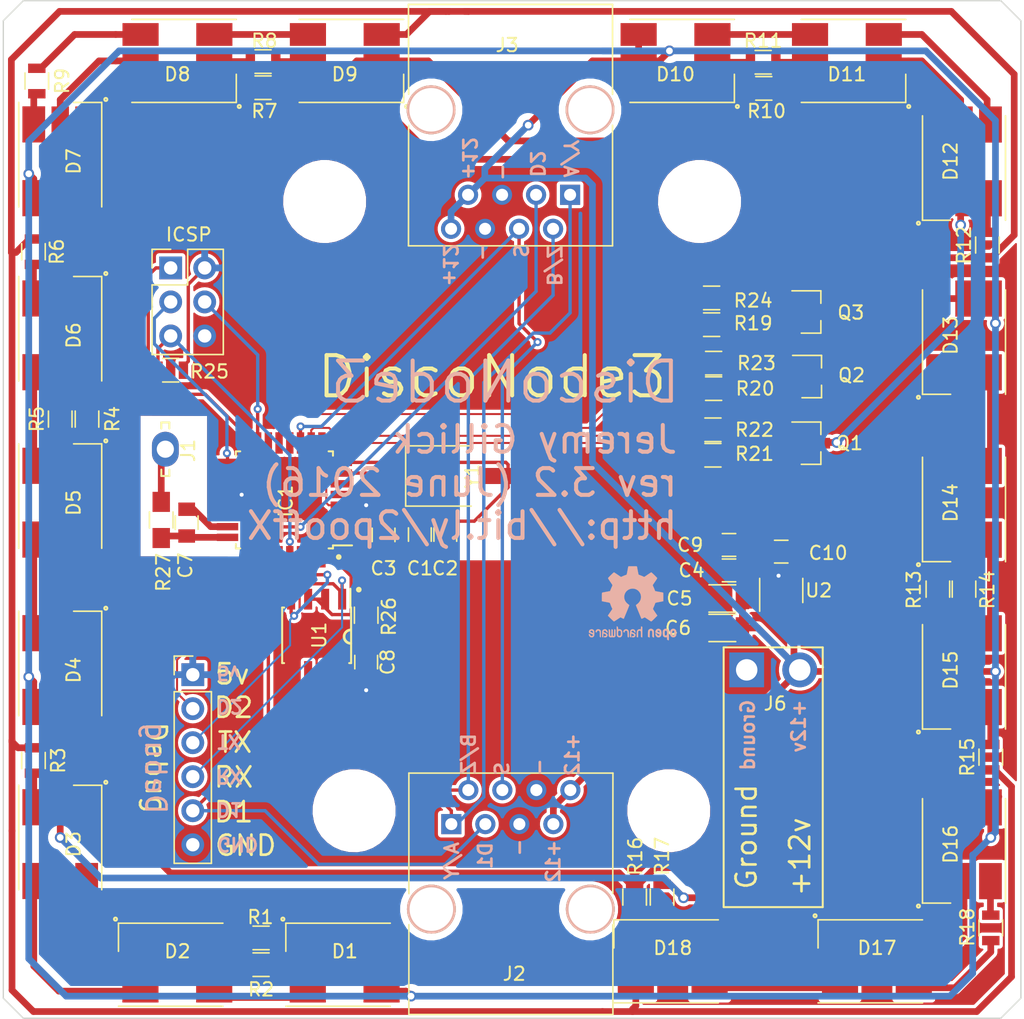
<source format=kicad_pcb>
(kicad_pcb (version 4) (host pcbnew 4.0.6)
  (layers (0 F.Cu signal) (31 B.Cu signal) (34 B.Paste user) (35 F.Paste user) (36 B.SilkS user) (37 F.SilkS user) (38 B.Mask user) (39 F.Mask user) (44 Edge.Cuts user))
  (net 0 "")
  (net 1 /X1)
  (net 2 GNDA)
  (net 3 /X2)
  (net 4 +5V)
  (net 5 GND)
  (net 6 +12V)
  (net 7 /SNS)
  (net 8 /SNSK)
  (net 9 "Net-(D1-Pad1)")
  (net 10 "Net-(D1-Pad2)")
  (net 11 "Net-(D1-Pad3)")
  (net 12 "Net-(D2-Pad1)")
  (net 13 "Net-(D2-Pad2)")
  (net 14 "Net-(D2-Pad3)")
  (net 15 "Net-(D3-Pad3)")
  (net 16 "Net-(D4-Pad1)")
  (net 17 "Net-(D4-Pad2)")
  (net 18 "Net-(D4-Pad3)")
  (net 19 "Net-(D5-Pad1)")
  (net 20 "Net-(D5-Pad2)")
  (net 21 "Net-(D5-Pad3)")
  (net 22 "Net-(D6-Pad3)")
  (net 23 "Net-(D7-Pad1)")
  (net 24 "Net-(D7-Pad2)")
  (net 25 "Net-(D7-Pad3)")
  (net 26 "Net-(D8-Pad1)")
  (net 27 "Net-(D8-Pad2)")
  (net 28 "Net-(D8-Pad3)")
  (net 29 "Net-(D10-Pad1)")
  (net 30 "Net-(D10-Pad2)")
  (net 31 "Net-(D10-Pad3)")
  (net 32 "Net-(D11-Pad1)")
  (net 33 "Net-(D11-Pad2)")
  (net 34 "Net-(D11-Pad3)")
  (net 35 "Net-(D12-Pad3)")
  (net 36 "Net-(D13-Pad1)")
  (net 37 "Net-(D13-Pad2)")
  (net 38 "Net-(D13-Pad3)")
  (net 39 "Net-(D14-Pad1)")
  (net 40 "Net-(D14-Pad2)")
  (net 41 "Net-(D14-Pad3)")
  (net 42 "Net-(D15-Pad3)")
  (net 43 "Net-(D16-Pad1)")
  (net 44 "Net-(D16-Pad2)")
  (net 45 "Net-(D16-Pad3)")
  (net 46 "Net-(D17-Pad1)")
  (net 47 "Net-(D17-Pad2)")
  (net 48 "Net-(D17-Pad3)")
  (net 49 "Net-(J1-Pad1)")
  (net 50 /A/Y)
  (net 51 /B/Z)
  (net 52 /Daisy1)
  (net 53 /SharedSignal)
  (net 54 /Daisy2)
  (net 55 /TX)
  (net 56 /RX)
  (net 57 "Net-(Q1-Pad1)")
  (net 58 /LEDG)
  (net 59 "Net-(Q2-Pad1)")
  (net 60 /LEDR)
  (net 61 "Net-(Q3-Pad1)")
  (net 62 /LEDB)
  (net 63 /B)
  (net 64 /R)
  (net 65 /G)
  (net 66 /RST)
  (net 67 /DE)
  (net 68 "Net-(U2-Pad4)")
  (net 69 "Net-(IC1-Pad1)")
  (net 70 "Net-(IC1-Pad2)")
  (net 71 "Net-(IC1-Pad12)")
  (net 72 "Net-(IC1-Pad14)")
  (net 73 /MOSI)
  (net 74 /MISO)
  (net 75 /SCK)
  (net 76 "Net-(IC1-Pad19)")
  (net 77 "Net-(IC1-Pad22)")
  (net 78 "Net-(IC1-Pad25)")
  (net 79 "Net-(IC1-Pad28)")
  (net 80 "Net-(D6-Pad5)")
  (net 81 "Net-(D6-Pad6)")
  (net 82 "Net-(D9-Pad5)")
  (net 83 "Net-(D9-Pad6)")
  (net 84 "Net-(D15-Pad5)")
  (net 85 "Net-(D15-Pad6)")
  (net 86 "Net-(D2-Pad5)")
  (net 87 "Net-(D2-Pad6)")
  (net 88 "Net-(D11-Pad5)")
  (net 89 "Net-(D11-Pad6)")
  (net 90 "Net-(D18-Pad2)")
  (net 91 "Net-(D18-Pad1)")
  (net 92 "Net-(D17-Pad4)")
  (net 93 "Net-(D8-Pad4)")
  (module Mounting_Holes:MountingHole_3.2mm_M3 (layer F.Cu) (at 126.2 110.5)
    (fp_text reference HOLE hide)
    (fp_text value MountingHole_3.2mm_M3)
    (pad "" np_thru_hole circle (at 0 0) (size 3.2 3.2) (drill 3.2) (layers *.Cu *.Mask) (clearance 1.5))
  )
  (module Housings_SOIC:SOIC-8_3.9x4.9mm_Pitch1.27mm (layer F.Cu) (at 123.4 97.4 270)
    (fp_text reference U1 (at 0 -0.2 270) (layer F.SilkS))
    (fp_text value ISL81487EIBZ-T)
    (pad 1 smd rect (at -2.7 -1.905 270) (size 1.55 0.6) (layers F.Cu F.Paste F.Mask) (net 56 /RX))
    (pad 2 smd rect (at -2.7 -0.635 270) (size 1.55 0.6) (layers F.Cu F.Paste F.Mask) (net 67 /DE))
    (pad 3 smd rect (at -2.7 0.635 270) (size 1.55 0.6) (layers F.Cu F.Paste F.Mask) (net 67 /DE))
    (pad 4 smd rect (at -2.7 1.905 270) (size 1.55 0.6) (layers F.Cu F.Paste F.Mask) (net 55 /TX))
    (pad 5 smd rect (at 2.7 1.905 270) (size 1.55 0.6) (layers F.Cu F.Paste F.Mask) (net 5 GND))
    (pad 6 smd rect (at 2.7 0.635 270) (size 1.55 0.6) (layers F.Cu F.Paste F.Mask) (net 50 /A/Y))
    (pad 7 smd rect (at 2.7 -0.635 270) (size 1.55 0.6) (layers F.Cu F.Paste F.Mask) (net 51 /B/Z))
    (pad 8 smd rect (at 2.7 -1.905 270) (size 1.55 0.6) (layers F.Cu F.Paste F.Mask) (net 4 +5V))
  )
  (module Connect:RJ45_8 (layer F.Cu) (at 133.46 111.5)
    (fp_text reference J2 (at 4.7 11.18) (layer F.SilkS))
    (fp_text value RJ45)
    (pad Hole np_thru_hole circle (at 10.38 6.35) (size 3.65 3.65) (drill 3.25) (layers *.Cu *.SilkS *.Mask))
    (pad Hole np_thru_hole circle (at -1.49 6.35) (size 3.65 3.65) (drill 3.25) (layers *.Cu *.SilkS *.Mask))
    (pad 1 thru_hole rect (at 0 0) (size 1.5 1.5) (drill 0.9) (layers *.Cu *.Mask) (net 50 /A/Y))
    (pad 2 thru_hole circle (at 1.27 -2.54) (size 1.5 1.5) (drill 0.9) (layers *.Cu *.Mask) (net 51 /B/Z))
    (pad 3 thru_hole circle (at 2.54 0) (size 1.5 1.5) (drill 0.9) (layers *.Cu *.Mask) (net 52 /Daisy1))
    (pad 4 thru_hole circle (at 3.81 -2.54) (size 1.5 1.5) (drill 0.9) (layers *.Cu *.Mask) (net 53 /SharedSignal))
    (pad 5 thru_hole circle (at 5.08 0) (size 1.5 1.5) (drill 0.9) (layers *.Cu *.Mask) (net 5 GND))
    (pad 6 thru_hole circle (at 6.35 -2.54) (size 1.5 1.5) (drill 0.9) (layers *.Cu *.Mask) (net 5 GND))
    (pad 7 thru_hole circle (at 7.62 0) (size 1.5 1.5) (drill 0.9) (layers *.Cu *.Mask) (net 6 +12V))
    (pad 8 thru_hole circle (at 8.89 -2.54) (size 1.5 1.5) (drill 0.9) (layers *.Cu *.Mask) (net 6 +12V))
  )
  (module Mounting_Holes:MountingHole_3.2mm_M3 (layer F.Cu) (at 152 65)
    (fp_text reference HOLE hide)
    (fp_text value MountingHole_3.2mm_M3)
    (pad "" np_thru_hole circle (at 0 0) (size 3.2 3.2) (drill 3.2) (layers *.Cu *.Mask) (clearance 1.5))
  )
  (module Resistors_SMD:R_0805 (layer F.Cu) (at 119.4 54.55)
    (fp_text reference R8 (at 0.1 -1.55 180) (layer F.SilkS))
    (fp_text value 120)
    (pad 1 smd rect (at -0.95 0) (size 0.7 1.3) (layers F.Cu F.Paste F.Mask) (net 27 "Net-(D8-Pad2)"))
    (pad 2 smd rect (at 0.95 0) (size 0.7 1.3) (layers F.Cu F.Paste F.Mask) (net 82 "Net-(D9-Pad5)"))
  )
  (module Resistors_SMD:R_0805 (layer F.Cu) (at 119.4 56.5)
    (fp_text reference R7 (at 0.1 1.75 180) (layer F.SilkS))
    (fp_text value 120)
    (pad 1 smd rect (at -0.95 0) (size 0.7 1.3) (layers F.Cu F.Paste F.Mask) (net 26 "Net-(D8-Pad1)"))
    (pad 2 smd rect (at 0.95 0) (size 0.7 1.3) (layers F.Cu F.Paste F.Mask) (net 83 "Net-(D9-Pad6)"))
  )
  (module Resistors_SMD:R_0805 (layer F.Cu) (at 102.25 68.75 90)
    (fp_text reference R6 (at 0 1.75 90) (layer F.SilkS))
    (fp_text value 330)
    (pad 1 smd rect (at -0.95 0 90) (size 0.7 1.3) (layers F.Cu F.Paste F.Mask) (net 22 "Net-(D6-Pad3)"))
    (pad 2 smd rect (at 0.95 0 90) (size 0.7 1.3) (layers F.Cu F.Paste F.Mask) (net 60 /LEDR))
  )
  (module Resistors_SMD:R_0805 (layer F.Cu) (at 119.25 120 180)
    (fp_text reference R1 (at 0.05 1.55 180) (layer F.SilkS))
    (fp_text value 120)
    (pad 1 smd rect (at -0.95 0 180) (size 0.7 1.3) (layers F.Cu F.Paste F.Mask) (net 9 "Net-(D1-Pad1)"))
    (pad 2 smd rect (at 0.95 0 180) (size 0.7 1.3) (layers F.Cu F.Paste F.Mask) (net 87 "Net-(D2-Pad6)"))
  )
  (module Resistors_SMD:R_0805 (layer F.Cu) (at 119.25 122 180)
    (fp_text reference R2 (at 0 -1.85 180) (layer F.SilkS))
    (fp_text value 120)
    (pad 1 smd rect (at -0.95 0 180) (size 0.7 1.3) (layers F.Cu F.Paste F.Mask) (net 10 "Net-(D1-Pad2)"))
    (pad 2 smd rect (at 0.95 0 180) (size 0.7 1.3) (layers F.Cu F.Paste F.Mask) (net 86 "Net-(D2-Pad5)"))
  )
  (module Capacitors_SMD:C_0805 (layer F.Cu) (at 133.009201 89.874251 270)
    (fp_text reference C2 (at 2.525749 0.009201 360) (layer F.SilkS))
    (fp_text value 18pF)
    (pad 1 smd rect (at -1 0 270) (size 1 1.25) (layers F.Cu F.Paste F.Mask) (net 3 /X2))
    (pad 2 smd rect (at 1 0 270) (size 1 1.25) (layers F.Cu F.Paste F.Mask) (net 2 GNDA))
  )
  (module Capacitors_SMD:C_0805 (layer F.Cu) (at 131.109201 89.874251 270)
    (fp_text reference C1 (at 2.525749 0 360) (layer F.SilkS))
    (fp_text value 18pF)
    (pad 1 smd rect (at -1 0 270) (size 1 1.25) (layers F.Cu F.Paste F.Mask) (net 1 /X1))
    (pad 2 smd rect (at 1 0 270) (size 1 1.25) (layers F.Cu F.Paste F.Mask) (net 2 GNDA))
  )
  (module Capacitors_SMD:C_0805 (layer F.Cu) (at 128.4 89.9 270)
    (fp_text reference C3 (at 2.5 0 360) (layer F.SilkS))
    (fp_text value 0.1uF)
    (pad 1 smd rect (at -1 0 270) (size 1 1.25) (layers F.Cu F.Paste F.Mask) (net 4 +5V))
    (pad 2 smd rect (at 1 0 270) (size 1 1.25) (layers F.Cu F.Paste F.Mask) (net 5 GND))
  )
  (module Connect:RJ45_8 (layer F.Cu) (at 142.33 64.5 180)
    (fp_text reference J3 (at 4.7 11.18 180) (layer F.SilkS))
    (fp_text value RJ45)
    (pad Hole np_thru_hole circle (at 10.38 6.35 180) (size 3.65 3.65) (drill 3.25) (layers *.Cu *.SilkS *.Mask))
    (pad Hole np_thru_hole circle (at -1.49 6.35 180) (size 3.65 3.65) (drill 3.25) (layers *.Cu *.SilkS *.Mask))
    (pad 1 thru_hole rect (at 0 0 180) (size 1.5 1.5) (drill 0.9) (layers *.Cu *.Mask) (net 50 /A/Y))
    (pad 2 thru_hole circle (at 1.27 -2.54 180) (size 1.5 1.5) (drill 0.9) (layers *.Cu *.Mask) (net 51 /B/Z))
    (pad 3 thru_hole circle (at 2.54 0 180) (size 1.5 1.5) (drill 0.9) (layers *.Cu *.Mask) (net 54 /Daisy2))
    (pad 4 thru_hole circle (at 3.81 -2.54 180) (size 1.5 1.5) (drill 0.9) (layers *.Cu *.Mask) (net 53 /SharedSignal))
    (pad 5 thru_hole circle (at 5.08 0 180) (size 1.5 1.5) (drill 0.9) (layers *.Cu *.Mask) (net 5 GND))
    (pad 6 thru_hole circle (at 6.35 -2.54 180) (size 1.5 1.5) (drill 0.9) (layers *.Cu *.Mask) (net 5 GND))
    (pad 7 thru_hole circle (at 7.62 0 180) (size 1.5 1.5) (drill 0.9) (layers *.Cu *.Mask) (net 6 +12V))
    (pad 8 thru_hole circle (at 8.89 -2.54 180) (size 1.5 1.5) (drill 0.9) (layers *.Cu *.Mask) (net 6 +12V))
  )
  (module Resistors_SMD:R_0805 (layer F.Cu) (at 156.8 56.55)
    (fp_text reference R10 (at 0.2 1.7) (layer F.SilkS))
    (fp_text value 120)
    (pad 1 smd rect (at -0.95 0) (size 0.7 1.3) (layers F.Cu F.Paste F.Mask) (net 29 "Net-(D10-Pad1)"))
    (pad 2 smd rect (at 0.95 0) (size 0.7 1.3) (layers F.Cu F.Paste F.Mask) (net 89 "Net-(D11-Pad6)"))
  )
  (module Resistors_SMD:R_0805 (layer F.Cu) (at 156.75 54.6)
    (fp_text reference R11 (at 0 -1.6) (layer F.SilkS))
    (fp_text value 120)
    (pad 1 smd rect (at -0.95 0) (size 0.7 1.3) (layers F.Cu F.Paste F.Mask) (net 30 "Net-(D10-Pad2)"))
    (pad 2 smd rect (at 0.95 0) (size 0.7 1.3) (layers F.Cu F.Paste F.Mask) (net 88 "Net-(D11-Pad5)"))
  )
  (module Resistors_SMD:R_0805 (layer F.Cu) (at 173.5 68.25 270)
    (fp_text reference R12 (at 0 1.75 270) (layer F.SilkS))
    (fp_text value 330)
    (pad 1 smd rect (at -0.95 0 270) (size 0.7 1.3) (layers F.Cu F.Paste F.Mask) (net 35 "Net-(D12-Pad3)"))
    (pad 2 smd rect (at 0.95 0 270) (size 0.7 1.3) (layers F.Cu F.Paste F.Mask) (net 60 /LEDR))
  )
  (module Resistors_SMD:R_0805 (layer F.Cu) (at 106.25 81.25 90)
    (fp_text reference R4 (at 0 1.9 90) (layer F.SilkS))
    (fp_text value 120)
    (pad 1 smd rect (at -0.95 0 90) (size 0.7 1.3) (layers F.Cu F.Paste F.Mask) (net 19 "Net-(D5-Pad1)"))
    (pad 2 smd rect (at 0.95 0 90) (size 0.7 1.3) (layers F.Cu F.Paste F.Mask) (net 81 "Net-(D6-Pad6)"))
  )
  (module Resistors_SMD:R_0805 (layer F.Cu) (at 104.25 81.25 90)
    (fp_text reference R5 (at 0 -1.75 90) (layer F.SilkS))
    (fp_text value 120)
    (pad 1 smd rect (at -0.95 0 90) (size 0.7 1.3) (layers F.Cu F.Paste F.Mask) (net 20 "Net-(D5-Pad2)"))
    (pad 2 smd rect (at 0.95 0 90) (size 0.7 1.3) (layers F.Cu F.Paste F.Mask) (net 80 "Net-(D6-Pad5)"))
  )
  (module Resistors_SMD:R_0805 (layer F.Cu) (at 102.25 106.75 90)
    (fp_text reference R3 (at 0 1.85 90) (layer F.SilkS))
    (fp_text value 330)
    (pad 1 smd rect (at -0.95 0 90) (size 0.7 1.3) (layers F.Cu F.Paste F.Mask) (net 15 "Net-(D3-Pad3)"))
    (pad 2 smd rect (at 0.95 0 90) (size 0.7 1.3) (layers F.Cu F.Paste F.Mask) (net 60 /LEDR))
  )
  (module Capacitors_SMD:C_0805 (layer F.Cu) (at 154.2 92.55 180)
    (fp_text reference C4 (at 2.8 0 180) (layer F.SilkS))
    (fp_text value 0.33uF)
    (pad 1 smd rect (at -1 0 180) (size 1 1.25) (layers F.Cu F.Paste F.Mask) (net 6 +12V))
    (pad 2 smd rect (at 1 0 180) (size 1 1.25) (layers F.Cu F.Paste F.Mask) (net 5 GND))
  )
  (module Capacitors_SMD:C_1206 (layer F.Cu) (at 153.7 94.65 180)
    (fp_text reference C5 (at 3.2 0 180) (layer F.SilkS))
    (fp_text value 22uF)
    (pad 1 smd rect (at -1.5 0 180) (size 1 1.6) (layers F.Cu F.Paste F.Mask) (net 6 +12V))
    (pad 2 smd rect (at 1.5 0 180) (size 1 1.6) (layers F.Cu F.Paste F.Mask) (net 5 GND))
  )
  (module Capacitors_SMD:C_1206 (layer F.Cu) (at 153.7 96.85 180)
    (fp_text reference C6 (at 3.3 0 180) (layer F.SilkS))
    (fp_text value 22uF)
    (pad 1 smd rect (at -1.5 0 180) (size 1 1.6) (layers F.Cu F.Paste F.Mask) (net 6 +12V))
    (pad 2 smd rect (at 1.5 0 180) (size 1 1.6) (layers F.Cu F.Paste F.Mask) (net 5 GND))
  )
  (module Capacitors_SMD:C_0805 (layer F.Cu) (at 113.694529 88.983473 270)
    (fp_text reference C7 (at 3.2 0.1 270) (layer F.SilkS))
    (fp_text value 10nf)
    (pad 1 smd rect (at -1 0 270) (size 1 1.25) (layers F.Cu F.Paste F.Mask) (net 7 /SNS))
    (pad 2 smd rect (at 1 0 270) (size 1 1.25) (layers F.Cu F.Paste F.Mask) (net 8 /SNSK))
  )
  (module Capacitors_SMD:C_0805 (layer F.Cu) (at 127.1 99.4 90)
    (fp_text reference C8 (at 0 1.6 90) (layer F.SilkS))
    (fp_text value 0.1uF)
    (pad 1 smd rect (at -1 0 90) (size 1 1.25) (layers F.Cu F.Paste F.Mask) (net 4 +5V))
    (pad 2 smd rect (at 1 0 90) (size 1 1.25) (layers F.Cu F.Paste F.Mask) (net 5 GND))
  )
  (module Capacitors_SMD:C_0805 (layer F.Cu) (at 154.2 90.65 180)
    (fp_text reference C9 (at 2.9 0 180) (layer F.SilkS))
    (fp_text value 1uF)
    (pad 1 smd rect (at -1 0 180) (size 1 1.25) (layers F.Cu F.Paste F.Mask) (net 6 +12V))
    (pad 2 smd rect (at 1 0 180) (size 1 1.25) (layers F.Cu F.Paste F.Mask) (net 5 GND))
  )
  (module Capacitors_SMD:C_0805 (layer F.Cu) (at 158.1 91.15)
    (fp_text reference C10 (at 3.5 0.1) (layer F.SilkS))
    (fp_text value 2.2uf)
    (pad 1 smd rect (at -1 0) (size 1 1.25) (layers F.Cu F.Paste F.Mask) (net 4 +5V))
    (pad 2 smd rect (at 1 0) (size 1 1.25) (layers F.Cu F.Paste F.Mask) (net 5 GND))
  )
  (module Housings_QFP:TQFP-32_7x7mm_Pitch0.8mm (layer F.Cu) (at 120.994529 87.283473 180)
    (fp_text reference IC1 (at -0.1 -0.1 270) (layer F.SilkS))
    (fp_text value ATMEGA328P-AU)
    (pad 1 smd rect (at -4.25 -2.8 180) (size 1.6 0.55) (layers F.Cu F.Paste F.Mask) (net 69 "Net-(IC1-Pad1)"))
    (pad 2 smd rect (at -4.25 -2 180) (size 1.6 0.55) (layers F.Cu F.Paste F.Mask) (net 70 "Net-(IC1-Pad2)"))
    (pad 3 smd rect (at -4.25 -1.2 180) (size 1.6 0.55) (layers F.Cu F.Paste F.Mask) (net 5 GND))
    (pad 4 smd rect (at -4.25 -0.4 180) (size 1.6 0.55) (layers F.Cu F.Paste F.Mask) (net 4 +5V))
    (pad 5 smd rect (at -4.25 0.4 180) (size 1.6 0.55) (layers F.Cu F.Paste F.Mask) (net 2 GNDA))
    (pad 6 smd rect (at -4.25 1.2 180) (size 1.6 0.55) (layers F.Cu F.Paste F.Mask) (net 4 +5V))
    (pad 7 smd rect (at -4.25 2 180) (size 1.6 0.55) (layers F.Cu F.Paste F.Mask) (net 1 /X1))
    (pad 8 smd rect (at -4.25 2.8 180) (size 1.6 0.55) (layers F.Cu F.Paste F.Mask) (net 3 /X2))
    (pad 9 smd rect (at -2.8 4.25 270) (size 1.6 0.55) (layers F.Cu F.Paste F.Mask) (net 65 /G))
    (pad 10 smd rect (at -2 4.25 270) (size 1.6 0.55) (layers F.Cu F.Paste F.Mask) (net 64 /R))
    (pad 11 smd rect (at -1.2 4.25 270) (size 1.6 0.55) (layers F.Cu F.Paste F.Mask) (net 53 /SharedSignal))
    (pad 12 smd rect (at -0.4 4.25 270) (size 1.6 0.55) (layers F.Cu F.Paste F.Mask) (net 71 "Net-(IC1-Pad12)"))
    (pad 13 smd rect (at 0.4 4.25 270) (size 1.6 0.55) (layers F.Cu F.Paste F.Mask) (net 63 /B))
    (pad 14 smd rect (at 1.2 4.25 270) (size 1.6 0.55) (layers F.Cu F.Paste F.Mask) (net 72 "Net-(IC1-Pad14)"))
    (pad 15 smd rect (at 2 4.25 270) (size 1.6 0.55) (layers F.Cu F.Paste F.Mask) (net 73 /MOSI))
    (pad 16 smd rect (at 2.8 4.25 270) (size 1.6 0.55) (layers F.Cu F.Paste F.Mask) (net 74 /MISO))
    (pad 17 smd rect (at 4.25 2.8 180) (size 1.6 0.55) (layers F.Cu F.Paste F.Mask) (net 75 /SCK))
    (pad 18 smd rect (at 4.25 2 180) (size 1.6 0.55) (layers F.Cu F.Paste F.Mask) (net 4 +5V))
    (pad 19 smd rect (at 4.25 1.2 180) (size 1.6 0.55) (layers F.Cu F.Paste F.Mask) (net 76 "Net-(IC1-Pad19)"))
    (pad 20 smd rect (at 4.25 0.4 180) (size 1.6 0.55) (layers F.Cu F.Paste F.Mask) (net 4 +5V))
    (pad 21 smd rect (at 4.25 -0.4 180) (size 1.6 0.55) (layers F.Cu F.Paste F.Mask) (net 5 GND))
    (pad 22 smd rect (at 4.25 -1.2 180) (size 1.6 0.55) (layers F.Cu F.Paste F.Mask) (net 77 "Net-(IC1-Pad22)"))
    (pad 23 smd rect (at 4.25 -2 180) (size 1.6 0.55) (layers F.Cu F.Paste F.Mask) (net 7 /SNS))
    (pad 24 smd rect (at 4.25 -2.8 180) (size 1.6 0.55) (layers F.Cu F.Paste F.Mask) (net 8 /SNSK))
    (pad 25 smd rect (at 2.8 -4.25 270) (size 1.6 0.55) (layers F.Cu F.Paste F.Mask) (net 78 "Net-(IC1-Pad25)"))
    (pad 26 smd rect (at 2 -4.25 270) (size 1.6 0.55) (layers F.Cu F.Paste F.Mask) (net 54 /Daisy2))
    (pad 27 smd rect (at 1.2 -4.25 270) (size 1.6 0.55) (layers F.Cu F.Paste F.Mask) (net 52 /Daisy1))
    (pad 28 smd rect (at 0.4 -4.25 270) (size 1.6 0.55) (layers F.Cu F.Paste F.Mask) (net 79 "Net-(IC1-Pad28)"))
    (pad 29 smd rect (at -0.4 -4.25 270) (size 1.6 0.55) (layers F.Cu F.Paste F.Mask) (net 66 /RST))
    (pad 30 smd rect (at -1.2 -4.25 270) (size 1.6 0.55) (layers F.Cu F.Paste F.Mask) (net 56 /RX))
    (pad 31 smd rect (at -2 -4.25 270) (size 1.6 0.55) (layers F.Cu F.Paste F.Mask) (net 55 /TX))
    (pad 32 smd rect (at -2.8 -4.25 270) (size 1.6 0.55) (layers F.Cu F.Paste F.Mask) (net 67 /DE))
  )
  (module DiscoNode:Keystone_1267_Connector (layer F.Cu) (at 112.1 83.5 180)
    (fp_text reference J1 (at -1.7 -0.1 270) (layer F.SilkS))
    (fp_text value 1267)
    (pad 1 thru_hole oval (at 0 0 180) (size 2 2.6) (drill 1.28) (layers *.Cu *.Mask) (net 49 "Net-(J1-Pad1)"))
  )
  (module Pin_Headers:Pin_Header_Straight_2x03_Pitch2.54mm (layer F.Cu) (at 112.5 69.96)
    (fp_text reference J4 hide)
    (fp_text value AVR-ISP-6)
    (pad 1 thru_hole rect (at 0 0) (size 1.7 1.7) (drill 1) (layers *.Cu *.Mask) (net 74 /MISO))
    (pad 2 thru_hole oval (at 2.54 0) (size 1.7 1.7) (drill 1) (layers *.Cu *.Mask) (net 4 +5V))
    (pad 3 thru_hole oval (at 0 2.54) (size 1.7 1.7) (drill 1) (layers *.Cu *.Mask) (net 75 /SCK))
    (pad 4 thru_hole oval (at 2.54 2.54) (size 1.7 1.7) (drill 1) (layers *.Cu *.Mask) (net 73 /MOSI))
    (pad 5 thru_hole oval (at 0 5.08) (size 1.7 1.7) (drill 1) (layers *.Cu *.Mask) (net 66 /RST))
    (pad 6 thru_hole oval (at 2.54 5.08) (size 1.7 1.7) (drill 1) (layers *.Cu *.Mask) (net 5 GND))
  )
  (module Pin_Headers:Pin_Header_Straight_1x06_Pitch2.54mm (layer F.Cu) (at 114.15 100.34)
    (fp_text reference J5 hide)
    (fp_text value Debug)
    (pad 1 thru_hole rect (at 0 0) (size 1.7 1.7) (drill 1) (layers *.Cu *.Mask) (net 4 +5V))
    (pad 2 thru_hole oval (at 0 2.54) (size 1.7 1.7) (drill 1) (layers *.Cu *.Mask) (net 54 /Daisy2))
    (pad 3 thru_hole oval (at 0 5.08) (size 1.7 1.7) (drill 1) (layers *.Cu *.Mask) (net 55 /TX))
    (pad 4 thru_hole oval (at 0 7.62) (size 1.7 1.7) (drill 1) (layers *.Cu *.Mask) (net 56 /RX))
    (pad 5 thru_hole oval (at 0 10.16) (size 1.7 1.7) (drill 1) (layers *.Cu *.Mask) (net 52 /Daisy1))
    (pad 6 thru_hole oval (at 0 12.7) (size 1.7 1.7) (drill 1) (layers *.Cu *.Mask) (net 5 GND))
  )
  (module TO_SOT_Packages_SMD:SOT-23 (layer F.Cu) (at 160.3 83.05)
    (fp_text reference Q1 (at 2.9 0) (layer F.SilkS))
    (fp_text value NTR4003N)
    (pad 1 smd rect (at -1 -0.95) (size 0.9 0.8) (layers F.Cu F.Paste F.Mask) (net 57 "Net-(Q1-Pad1)"))
    (pad 2 smd rect (at -1 0.95) (size 0.9 0.8) (layers F.Cu F.Paste F.Mask) (net 5 GND))
    (pad 3 smd rect (at 1 0) (size 0.9 0.8) (layers F.Cu F.Paste F.Mask) (net 58 /LEDG))
  )
  (module TO_SOT_Packages_SMD:SOT-23 (layer F.Cu) (at 160.35 78.075)
    (fp_text reference Q2 (at 3 -0.1) (layer F.SilkS))
    (fp_text value NTR4003N)
    (pad 1 smd rect (at -1 -0.95) (size 0.9 0.8) (layers F.Cu F.Paste F.Mask) (net 59 "Net-(Q2-Pad1)"))
    (pad 2 smd rect (at -1 0.95) (size 0.9 0.8) (layers F.Cu F.Paste F.Mask) (net 5 GND))
    (pad 3 smd rect (at 1 0) (size 0.9 0.8) (layers F.Cu F.Paste F.Mask) (net 60 /LEDR))
  )
  (module TO_SOT_Packages_SMD:SOT-23 (layer F.Cu) (at 160.3 73.25)
    (fp_text reference Q3 (at 3 0.05) (layer F.SilkS))
    (fp_text value NTR4003N)
    (pad 1 smd rect (at -1 -0.95) (size 0.9 0.8) (layers F.Cu F.Paste F.Mask) (net 61 "Net-(Q3-Pad1)"))
    (pad 2 smd rect (at -1 0.95) (size 0.9 0.8) (layers F.Cu F.Paste F.Mask) (net 5 GND))
    (pad 3 smd rect (at 1 0) (size 0.9 0.8) (layers F.Cu F.Paste F.Mask) (net 62 /LEDB))
  )
  (module Resistors_SMD:R_0805 (layer F.Cu) (at 102.5 56 270)
    (fp_text reference R9 (at 0 -1.9 450) (layer F.SilkS))
    (fp_text value 330)
    (pad 1 smd rect (at -0.95 0 270) (size 0.7 1.3) (layers F.Cu F.Paste F.Mask) (net 93 "Net-(D8-Pad4)"))
    (pad 2 smd rect (at 0.95 0 270) (size 0.7 1.3) (layers F.Cu F.Paste F.Mask) (net 25 "Net-(D7-Pad3)"))
  )
  (module Resistors_SMD:R_0805 (layer F.Cu) (at 169.8 93.95 270)
    (fp_text reference R13 (at 0.05 1.8 270) (layer F.SilkS))
    (fp_text value 120)
    (pad 1 smd rect (at -0.95 0 270) (size 0.7 1.3) (layers F.Cu F.Paste F.Mask) (net 39 "Net-(D14-Pad1)"))
    (pad 2 smd rect (at 0.95 0 270) (size 0.7 1.3) (layers F.Cu F.Paste F.Mask) (net 85 "Net-(D15-Pad6)"))
  )
  (module Resistors_SMD:R_0805 (layer F.Cu) (at 171.75 93.95 270)
    (fp_text reference R14 (at 0.05 -1.75 270) (layer F.SilkS))
    (fp_text value 120)
    (pad 1 smd rect (at -0.95 0 270) (size 0.7 1.3) (layers F.Cu F.Paste F.Mask) (net 40 "Net-(D14-Pad2)"))
    (pad 2 smd rect (at 0.95 0 270) (size 0.7 1.3) (layers F.Cu F.Paste F.Mask) (net 84 "Net-(D15-Pad5)"))
  )
  (module Resistors_SMD:R_0805 (layer F.Cu) (at 173.75 106.5 270)
    (fp_text reference R15 (at 0 1.75 270) (layer F.SilkS))
    (fp_text value 330)
    (pad 1 smd rect (at -0.95 0 270) (size 0.7 1.3) (layers F.Cu F.Paste F.Mask) (net 42 "Net-(D15-Pad3)"))
    (pad 2 smd rect (at 0.95 0 270) (size 0.7 1.3) (layers F.Cu F.Paste F.Mask) (net 60 /LEDR))
  )
  (module Resistors_SMD:R_0805 (layer F.Cu) (at 147.15 116.95 90)
    (fp_text reference R16 (at 3.05 0.05 270) (layer F.SilkS))
    (fp_text value 120)
    (pad 1 smd rect (at -0.95 0 90) (size 0.7 1.3) (layers F.Cu F.Paste F.Mask) (net 91 "Net-(D18-Pad1)"))
    (pad 2 smd rect (at 0.95 0 90) (size 0.7 1.3) (layers F.Cu F.Paste F.Mask) (net 62 /LEDB))
  )
  (module Resistors_SMD:R_0805 (layer F.Cu) (at 149.2 116.95 90)
    (fp_text reference R17 (at 3.05 0 90) (layer F.SilkS))
    (fp_text value 120)
    (pad 1 smd rect (at -0.95 0 90) (size 0.7 1.3) (layers F.Cu F.Paste F.Mask) (net 90 "Net-(D18-Pad2)"))
    (pad 2 smd rect (at 0.95 0 90) (size 0.7 1.3) (layers F.Cu F.Paste F.Mask) (net 58 /LEDG))
  )
  (module Resistors_SMD:R_0805 (layer F.Cu) (at 173.75 119.25 270)
    (fp_text reference R18 (at -0.05 1.75 270) (layer F.SilkS))
    (fp_text value 330)
    (pad 1 smd rect (at -0.95 0 270) (size 0.7 1.3) (layers F.Cu F.Paste F.Mask) (net 45 "Net-(D16-Pad3)"))
    (pad 2 smd rect (at 0.95 0 270) (size 0.7 1.3) (layers F.Cu F.Paste F.Mask) (net 92 "Net-(D17-Pad4)"))
  )
  (module Resistors_SMD:R_0805 (layer F.Cu) (at 152.9 74.2)
    (fp_text reference R19 (at 3.1 -0.1) (layer F.SilkS))
    (fp_text value 20k)
    (pad 1 smd rect (at -0.95 0) (size 0.7 1.3) (layers F.Cu F.Paste F.Mask) (net 63 /B))
    (pad 2 smd rect (at 0.95 0) (size 0.7 1.3) (layers F.Cu F.Paste F.Mask) (net 5 GND))
  )
  (module Resistors_SMD:R_0805 (layer F.Cu) (at 153.05 78.975)
    (fp_text reference R20 (at 3.1 0) (layer F.SilkS))
    (fp_text value 20k)
    (pad 1 smd rect (at -0.95 0) (size 0.7 1.3) (layers F.Cu F.Paste F.Mask) (net 64 /R))
    (pad 2 smd rect (at 0.95 0) (size 0.7 1.3) (layers F.Cu F.Paste F.Mask) (net 5 GND))
  )
  (module Resistors_SMD:R_0805 (layer F.Cu) (at 153 83.95)
    (fp_text reference R21 (at 3.1 -0.1) (layer F.SilkS))
    (fp_text value 20k)
    (pad 1 smd rect (at -0.95 0) (size 0.7 1.3) (layers F.Cu F.Paste F.Mask) (net 65 /G))
    (pad 2 smd rect (at 0.95 0) (size 0.7 1.3) (layers F.Cu F.Paste F.Mask) (net 5 GND))
  )
  (module Resistors_SMD:R_0805 (layer F.Cu) (at 153 82.05 180)
    (fp_text reference R22 (at -3.1 0 180) (layer F.SilkS))
    (fp_text value 1)
    (pad 1 smd rect (at -0.95 0 180) (size 0.7 1.3) (layers F.Cu F.Paste F.Mask) (net 57 "Net-(Q1-Pad1)"))
    (pad 2 smd rect (at 0.95 0 180) (size 0.7 1.3) (layers F.Cu F.Paste F.Mask) (net 65 /G))
  )
  (module Resistors_SMD:R_0805 (layer F.Cu) (at 153.05 77.075 180)
    (fp_text reference R23 (at -3.2 0 180) (layer F.SilkS))
    (fp_text value 1)
    (pad 1 smd rect (at -0.95 0 180) (size 0.7 1.3) (layers F.Cu F.Paste F.Mask) (net 59 "Net-(Q2-Pad1)"))
    (pad 2 smd rect (at 0.95 0 180) (size 0.7 1.3) (layers F.Cu F.Paste F.Mask) (net 64 /R))
  )
  (module Resistors_SMD:R_0805 (layer F.Cu) (at 152.9 72.2 180)
    (fp_text reference R24 (at -3.1 -0.2 180) (layer F.SilkS))
    (fp_text value 1)
    (pad 1 smd rect (at -0.95 0 180) (size 0.7 1.3) (layers F.Cu F.Paste F.Mask) (net 61 "Net-(Q3-Pad1)"))
    (pad 2 smd rect (at 0.95 0 180) (size 0.7 1.3) (layers F.Cu F.Paste F.Mask) (net 63 /B))
  )
  (module Resistors_SMD:R_0805 (layer F.Cu) (at 112.5 77.6 180)
    (fp_text reference R25 (at -2.9 -0.1 180) (layer F.SilkS))
    (fp_text value 20k)
    (pad 1 smd rect (at -0.95 0 180) (size 0.7 1.3) (layers F.Cu F.Paste F.Mask) (net 4 +5V))
    (pad 2 smd rect (at 0.95 0 180) (size 0.7 1.3) (layers F.Cu F.Paste F.Mask) (net 66 /RST))
  )
  (module Resistors_SMD:R_0805 (layer F.Cu) (at 127.1 95.9 270)
    (fp_text reference R26 (at 0.1 -1.7 270) (layer F.SilkS))
    (fp_text value 20k)
    (pad 1 smd rect (at -0.95 0 270) (size 0.7 1.3) (layers F.Cu F.Paste F.Mask) (net 67 /DE))
    (pad 2 smd rect (at 0.95 0 270) (size 0.7 1.3) (layers F.Cu F.Paste F.Mask) (net 5 GND))
  )
  (module TO_SOT_Packages_SMD:SOT-23-5 (layer F.Cu) (at 158.1 94.05 90)
    (fp_text reference U2 (at 0 2.8 180) (layer F.SilkS))
    (fp_text value AP2204K-5.0)
    (pad 1 smd rect (at -1.1 -0.95 90) (size 1.06 0.65) (layers F.Cu F.Paste F.Mask) (net 6 +12V))
    (pad 2 smd rect (at -1.1 0 90) (size 1.06 0.65) (layers F.Cu F.Paste F.Mask) (net 5 GND))
    (pad 3 smd rect (at -1.1 0.95 90) (size 1.06 0.65) (layers F.Cu F.Paste F.Mask) (net 6 +12V))
    (pad 4 smd rect (at 1.1 0.95 90) (size 1.06 0.65) (layers F.Cu F.Paste F.Mask) (net 68 "Net-(U2-Pad4)"))
    (pad 5 smd rect (at 1.1 -0.95 90) (size 1.06 0.65) (layers F.Cu F.Paste F.Mask) (net 4 +5V))
  )
  (module DiscoNode:Molex_26_60_5020 (layer F.Cu) (at 157.5 109)
    (fp_text reference J6 (at 0.15 -6.5) (layer F.SilkS))
    (fp_text value 0026605020)
    (pad 1 thru_hole rect (at -1.98 -9.02) (size 2.6 2.6) (drill 1.6) (layers *.Cu *.Mask) (net 5 GND))
    (pad 2 thru_hole circle (at 1.98 -9.02) (size 2.6 2.6) (drill 1.6) (layers *.Cu *.Mask) (net 6 +12V))
  )
  (module Resistors_SMD:R_0805_HandSoldering (layer F.Cu) (at 111.794529 88.783473 270)
    (fp_text reference R27 (at 3.916527 -0.155471 270) (layer F.SilkS))
    (fp_text value 1k)
    (pad 1 smd rect (at -1.35 0 270) (size 1.5 1.3) (layers F.Cu F.Paste F.Mask) (net 49 "Net-(J1-Pad1)"))
    (pad 2 smd rect (at 1.35 0 270) (size 1.5 1.3) (layers F.Cu F.Paste F.Mask) (net 8 /SNSK))
  )
  (module DiscoNode:Crystal_SMD_2pin_7.0x4.1mm (layer F.Cu) (at 134.95 85.5)
    (fp_text reference Y1 (at 0.09 0 90) (layer F.SilkS))
    (fp_text value Crystal)
    (pad 1 smd rect (at -2.75 0) (size 3.5 1.2) (layers F.Cu F.Paste F.Mask) (net 1 /X1))
    (pad 2 smd rect (at 2.75 0) (size 3.5 1.2) (layers F.Cu F.Paste F.Mask) (net 3 /X2))
  )
  (module Symbols:OSHW-Logo2_7.3x6mm_SilkScreen (layer B.Cu) (at 147 95 180)
    (fp_text reference REF*** hide)
    (fp_text value OSHW-Logo2_7.3x6mm_SilkScreen hide)
  )
  (module Mounting_Holes:MountingHole_3.2mm_M3 (layer F.Cu) (at 149.7 110.5)
    (fp_text reference HOLE hide)
    (fp_text value MountingHole_3.2mm_M3)
    (pad "" np_thru_hole circle (at 0 0) (size 3.2 3.2) (drill 3.2) (layers *.Cu *.Mask) (clearance 1.5))
  )
  (module Mounting_Holes:MountingHole_3.2mm_M3 (layer F.Cu) (at 124 65)
    (fp_text reference HOLE hide)
    (fp_text value MountingHole_3.2mm_M3)
    (pad "" np_thru_hole circle (at 0 0) (size 3.2 3.2) (drill 3.2) (layers *.Cu *.Mask) (clearance 1.5))
  )
  (module DiscoNode:LED_RGB-PLCC6-5.5x5.3mm (layer F.Cu) (at 113 122)
    (fp_text reference D2 (at 0 -1) (layer F.SilkS))
    (fp_text value SLV6A-FKB)
    (pad 4 smd rect (at 2.75 1.975) (size 2.7 1.7) (layers F.Cu F.Paste F.Mask) (net 11 "Net-(D1-Pad3)"))
    (pad 5 smd rect (at 2.75 0) (size 2.7 1.3) (layers F.Cu F.Paste F.Mask) (net 86 "Net-(D2-Pad5)"))
    (pad 6 smd rect (at 2.75 -1.975) (size 2.7 1.7) (layers F.Cu F.Paste F.Mask) (net 87 "Net-(D2-Pad6)"))
    (pad 3 smd rect (at -2.76 1.975) (size 2.7 1.7) (layers F.Cu F.Paste F.Mask) (net 14 "Net-(D2-Pad3)"))
    (pad 2 smd rect (at -2.75 0) (size 2.7 1.3) (layers F.Cu F.Paste F.Mask) (net 13 "Net-(D2-Pad2)"))
    (pad 1 smd rect (at -2.75 -1.975) (size 2.7 1.7) (layers F.Cu F.Paste F.Mask) (net 12 "Net-(D2-Pad1)"))
  )
  (module DiscoNode:LED_RGB-PLCC6-5.5x5.3mm (layer F.Cu) (at 125.5 122)
    (fp_text reference D1 (at 0 -1) (layer F.SilkS))
    (fp_text value SLV6A-FKB)
    (pad 4 smd rect (at 2.75 1.975) (size 2.7 1.7) (layers F.Cu F.Paste F.Mask) (net 6 +12V))
    (pad 5 smd rect (at 2.75 0) (size 2.7 1.3) (layers F.Cu F.Paste F.Mask) (net 6 +12V))
    (pad 6 smd rect (at 2.75 -1.975) (size 2.7 1.7) (layers F.Cu F.Paste F.Mask) (net 6 +12V))
    (pad 3 smd rect (at -2.76 1.975) (size 2.7 1.7) (layers F.Cu F.Paste F.Mask) (net 11 "Net-(D1-Pad3)"))
    (pad 2 smd rect (at -2.75 0) (size 2.7 1.3) (layers F.Cu F.Paste F.Mask) (net 10 "Net-(D1-Pad2)"))
    (pad 1 smd rect (at -2.75 -1.975) (size 2.7 1.7) (layers F.Cu F.Paste F.Mask) (net 9 "Net-(D1-Pad1)"))
  )
  (module DiscoNode:LED_RGB-PLCC6-5.5x5.3mm (layer F.Cu) (at 150 121.75)
    (fp_text reference D18 (at 0 -1) (layer F.SilkS))
    (fp_text value SLV6A-FKB)
    (pad 4 smd rect (at 2.75 1.975) (size 2.7 1.7) (layers F.Cu F.Paste F.Mask) (net 48 "Net-(D17-Pad3)"))
    (pad 5 smd rect (at 2.75 0) (size 2.7 1.3) (layers F.Cu F.Paste F.Mask) (net 47 "Net-(D17-Pad2)"))
    (pad 6 smd rect (at 2.75 -1.975) (size 2.7 1.7) (layers F.Cu F.Paste F.Mask) (net 46 "Net-(D17-Pad1)"))
    (pad 3 smd rect (at -2.76 1.975) (size 2.7 1.7) (layers F.Cu F.Paste F.Mask) (net 60 /LEDR))
    (pad 2 smd rect (at -2.75 0) (size 2.7 1.3) (layers F.Cu F.Paste F.Mask) (net 90 "Net-(D18-Pad2)"))
    (pad 1 smd rect (at -2.75 -1.975) (size 2.7 1.7) (layers F.Cu F.Paste F.Mask) (net 91 "Net-(D18-Pad1)"))
  )
  (module DiscoNode:LED_RGB-PLCC6-5.5x5.3mm (layer F.Cu) (at 165.25 121.75)
    (fp_text reference D17 (at 0 -1) (layer F.SilkS))
    (fp_text value SLV6A-FKB)
    (pad 4 smd rect (at 2.75 1.975) (size 2.7 1.7) (layers F.Cu F.Paste F.Mask) (net 92 "Net-(D17-Pad4)"))
    (pad 5 smd rect (at 2.75 0) (size 2.7 1.3) (layers F.Cu F.Paste F.Mask) (net 44 "Net-(D16-Pad2)"))
    (pad 6 smd rect (at 2.75 -1.975) (size 2.7 1.7) (layers F.Cu F.Paste F.Mask) (net 43 "Net-(D16-Pad1)"))
    (pad 3 smd rect (at -2.76 1.975) (size 2.7 1.7) (layers F.Cu F.Paste F.Mask) (net 48 "Net-(D17-Pad3)"))
    (pad 2 smd rect (at -2.75 0) (size 2.7 1.3) (layers F.Cu F.Paste F.Mask) (net 47 "Net-(D17-Pad2)"))
    (pad 1 smd rect (at -2.75 -1.975) (size 2.7 1.7) (layers F.Cu F.Paste F.Mask) (net 46 "Net-(D17-Pad1)"))
  )
  (module DiscoNode:LED_RGB-PLCC6-5.5x5.3mm (layer F.Cu) (at 171.75 113 90)
    (fp_text reference D16 (at 0 -1 90) (layer F.SilkS))
    (fp_text value SLV6A-FKB)
    (pad 4 smd rect (at 2.75 1.975 90) (size 2.7 1.7) (layers F.Cu F.Paste F.Mask) (net 6 +12V))
    (pad 5 smd rect (at 2.75 0 90) (size 2.7 1.3) (layers F.Cu F.Paste F.Mask) (net 6 +12V))
    (pad 6 smd rect (at 2.75 -1.975 90) (size 2.7 1.7) (layers F.Cu F.Paste F.Mask) (net 6 +12V))
    (pad 3 smd rect (at -2.76 1.975 90) (size 2.7 1.7) (layers F.Cu F.Paste F.Mask) (net 45 "Net-(D16-Pad3)"))
    (pad 2 smd rect (at -2.75 0 90) (size 2.7 1.3) (layers F.Cu F.Paste F.Mask) (net 44 "Net-(D16-Pad2)"))
    (pad 1 smd rect (at -2.75 -1.975 90) (size 2.7 1.7) (layers F.Cu F.Paste F.Mask) (net 43 "Net-(D16-Pad1)"))
  )
  (module DiscoNode:LED_RGB-PLCC6-5.5x5.3mm (layer F.Cu) (at 171.75 87.5 90)
    (fp_text reference D14 (at 0 -1 90) (layer F.SilkS))
    (fp_text value SLV6A-FKB)
    (pad 4 smd rect (at 2.75 1.975 90) (size 2.7 1.7) (layers F.Cu F.Paste F.Mask) (net 38 "Net-(D13-Pad3)"))
    (pad 5 smd rect (at 2.75 0 90) (size 2.7 1.3) (layers F.Cu F.Paste F.Mask) (net 37 "Net-(D13-Pad2)"))
    (pad 6 smd rect (at 2.75 -1.975 90) (size 2.7 1.7) (layers F.Cu F.Paste F.Mask) (net 36 "Net-(D13-Pad1)"))
    (pad 3 smd rect (at -2.76 1.975 90) (size 2.7 1.7) (layers F.Cu F.Paste F.Mask) (net 41 "Net-(D14-Pad3)"))
    (pad 2 smd rect (at -2.75 0 90) (size 2.7 1.3) (layers F.Cu F.Paste F.Mask) (net 40 "Net-(D14-Pad2)"))
    (pad 1 smd rect (at -2.75 -1.975 90) (size 2.7 1.7) (layers F.Cu F.Paste F.Mask) (net 39 "Net-(D14-Pad1)"))
  )
  (module DiscoNode:LED_RGB-PLCC6-5.5x5.3mm (layer F.Cu) (at 171.75 75 90)
    (fp_text reference D13 (at 0 -1 90) (layer F.SilkS))
    (fp_text value SLV6A-FKB)
    (pad 4 smd rect (at 2.75 1.975 90) (size 2.7 1.7) (layers F.Cu F.Paste F.Mask) (net 6 +12V))
    (pad 5 smd rect (at 2.75 0 90) (size 2.7 1.3) (layers F.Cu F.Paste F.Mask) (net 6 +12V))
    (pad 6 smd rect (at 2.75 -1.975 90) (size 2.7 1.7) (layers F.Cu F.Paste F.Mask) (net 6 +12V))
    (pad 3 smd rect (at -2.76 1.975 90) (size 2.7 1.7) (layers F.Cu F.Paste F.Mask) (net 38 "Net-(D13-Pad3)"))
    (pad 2 smd rect (at -2.75 0 90) (size 2.7 1.3) (layers F.Cu F.Paste F.Mask) (net 37 "Net-(D13-Pad2)"))
    (pad 1 smd rect (at -2.75 -1.975 90) (size 2.7 1.7) (layers F.Cu F.Paste F.Mask) (net 36 "Net-(D13-Pad1)"))
  )
  (module DiscoNode:LED_RGB-PLCC6-5.5x5.3mm (layer F.Cu) (at 171.75 62 90)
    (fp_text reference D12 (at 0 -1 90) (layer F.SilkS))
    (fp_text value SLV6A-FKB)
    (pad 4 smd rect (at 2.75 1.975 90) (size 2.7 1.7) (layers F.Cu F.Paste F.Mask) (net 34 "Net-(D11-Pad3)"))
    (pad 5 smd rect (at 2.75 0 90) (size 2.7 1.3) (layers F.Cu F.Paste F.Mask) (net 33 "Net-(D11-Pad2)"))
    (pad 6 smd rect (at 2.75 -1.975 90) (size 2.7 1.7) (layers F.Cu F.Paste F.Mask) (net 32 "Net-(D11-Pad1)"))
    (pad 3 smd rect (at -2.76 1.975 90) (size 2.7 1.7) (layers F.Cu F.Paste F.Mask) (net 35 "Net-(D12-Pad3)"))
    (pad 2 smd rect (at -2.75 0 90) (size 2.7 1.3) (layers F.Cu F.Paste F.Mask) (net 58 /LEDG))
    (pad 1 smd rect (at -2.75 -1.975 90) (size 2.7 1.7) (layers F.Cu F.Paste F.Mask) (net 62 /LEDB))
  )
  (module DiscoNode:LED_RGB-PLCC6-5.5x5.3mm (layer F.Cu) (at 163 54.5 180)
    (fp_text reference D11 (at 0 -1 180) (layer F.SilkS))
    (fp_text value SLV6A-FKB)
    (pad 4 smd rect (at 2.75 1.975 180) (size 2.7 1.7) (layers F.Cu F.Paste F.Mask) (net 31 "Net-(D10-Pad3)"))
    (pad 5 smd rect (at 2.75 0 180) (size 2.7 1.3) (layers F.Cu F.Paste F.Mask) (net 88 "Net-(D11-Pad5)"))
    (pad 6 smd rect (at 2.75 -1.975 180) (size 2.7 1.7) (layers F.Cu F.Paste F.Mask) (net 89 "Net-(D11-Pad6)"))
    (pad 3 smd rect (at -2.76 1.975 180) (size 2.7 1.7) (layers F.Cu F.Paste F.Mask) (net 34 "Net-(D11-Pad3)"))
    (pad 2 smd rect (at -2.75 0 180) (size 2.7 1.3) (layers F.Cu F.Paste F.Mask) (net 33 "Net-(D11-Pad2)"))
    (pad 1 smd rect (at -2.75 -1.975 180) (size 2.7 1.7) (layers F.Cu F.Paste F.Mask) (net 32 "Net-(D11-Pad1)"))
  )
  (module DiscoNode:LED_RGB-PLCC6-5.5x5.3mm (layer F.Cu) (at 150.2 54.5 180)
    (fp_text reference D10 (at 0 -1 180) (layer F.SilkS))
    (fp_text value SLV6A-FKB)
    (pad 4 smd rect (at 2.75 1.975 180) (size 2.7 1.7) (layers F.Cu F.Paste F.Mask) (net 6 +12V))
    (pad 5 smd rect (at 2.75 0 180) (size 2.7 1.3) (layers F.Cu F.Paste F.Mask) (net 6 +12V))
    (pad 6 smd rect (at 2.75 -1.975 180) (size 2.7 1.7) (layers F.Cu F.Paste F.Mask) (net 6 +12V))
    (pad 3 smd rect (at -2.76 1.975 180) (size 2.7 1.7) (layers F.Cu F.Paste F.Mask) (net 31 "Net-(D10-Pad3)"))
    (pad 2 smd rect (at -2.75 0 180) (size 2.7 1.3) (layers F.Cu F.Paste F.Mask) (net 30 "Net-(D10-Pad2)"))
    (pad 1 smd rect (at -2.75 -1.975 180) (size 2.7 1.7) (layers F.Cu F.Paste F.Mask) (net 29 "Net-(D10-Pad1)"))
  )
  (module DiscoNode:LED_RGB-PLCC6-5.5x5.3mm (layer F.Cu) (at 125.5 54.5 180)
    (fp_text reference D9 (at 0 -1 180) (layer F.SilkS))
    (fp_text value SLV6A-FKB)
    (pad 4 smd rect (at 2.75 1.975 180) (size 2.7 1.7) (layers F.Cu F.Paste F.Mask) (net 28 "Net-(D8-Pad3)"))
    (pad 5 smd rect (at 2.75 0 180) (size 2.7 1.3) (layers F.Cu F.Paste F.Mask) (net 82 "Net-(D9-Pad5)"))
    (pad 6 smd rect (at 2.75 -1.975 180) (size 2.7 1.7) (layers F.Cu F.Paste F.Mask) (net 83 "Net-(D9-Pad6)"))
    (pad 3 smd rect (at -2.76 1.975 180) (size 2.7 1.7) (layers F.Cu F.Paste F.Mask) (net 60 /LEDR))
    (pad 2 smd rect (at -2.75 0 180) (size 2.7 1.3) (layers F.Cu F.Paste F.Mask) (net 58 /LEDG))
    (pad 1 smd rect (at -2.75 -1.975 180) (size 2.7 1.7) (layers F.Cu F.Paste F.Mask) (net 62 /LEDB))
  )
  (module DiscoNode:LED_RGB-PLCC6-5.5x5.3mm (layer F.Cu) (at 113 54.5 180)
    (fp_text reference D8 (at 0 -1 180) (layer F.SilkS))
    (fp_text value SLV6A-FKB)
    (pad 4 smd rect (at 2.75 1.975 180) (size 2.7 1.7) (layers F.Cu F.Paste F.Mask) (net 93 "Net-(D8-Pad4)"))
    (pad 5 smd rect (at 2.75 0 180) (size 2.7 1.3) (layers F.Cu F.Paste F.Mask) (net 24 "Net-(D7-Pad2)"))
    (pad 6 smd rect (at 2.75 -1.975 180) (size 2.7 1.7) (layers F.Cu F.Paste F.Mask) (net 23 "Net-(D7-Pad1)"))
    (pad 3 smd rect (at -2.76 1.975 180) (size 2.7 1.7) (layers F.Cu F.Paste F.Mask) (net 28 "Net-(D8-Pad3)"))
    (pad 2 smd rect (at -2.75 0 180) (size 2.7 1.3) (layers F.Cu F.Paste F.Mask) (net 27 "Net-(D8-Pad2)"))
    (pad 1 smd rect (at -2.75 -1.975 180) (size 2.7 1.7) (layers F.Cu F.Paste F.Mask) (net 26 "Net-(D8-Pad1)"))
  )
  (module DiscoNode:LED_RGB-PLCC6-5.5x5.3mm (layer F.Cu) (at 104.25 62 270)
    (fp_text reference D7 (at 0 -1 270) (layer F.SilkS))
    (fp_text value SLV6A-FKB)
    (pad 4 smd rect (at 2.75 1.975 270) (size 2.7 1.7) (layers F.Cu F.Paste F.Mask) (net 6 +12V))
    (pad 5 smd rect (at 2.75 0 270) (size 2.7 1.3) (layers F.Cu F.Paste F.Mask) (net 6 +12V))
    (pad 6 smd rect (at 2.75 -1.975 270) (size 2.7 1.7) (layers F.Cu F.Paste F.Mask) (net 6 +12V))
    (pad 3 smd rect (at -2.76 1.975 270) (size 2.7 1.7) (layers F.Cu F.Paste F.Mask) (net 25 "Net-(D7-Pad3)"))
    (pad 2 smd rect (at -2.75 0 270) (size 2.7 1.3) (layers F.Cu F.Paste F.Mask) (net 24 "Net-(D7-Pad2)"))
    (pad 1 smd rect (at -2.75 -1.975 270) (size 2.7 1.7) (layers F.Cu F.Paste F.Mask) (net 23 "Net-(D7-Pad1)"))
  )
  (module DiscoNode:LED_RGB-PLCC6-5.5x5.3mm (layer F.Cu) (at 104.25 75 270)
    (fp_text reference D6 (at 0 -1 270) (layer F.SilkS))
    (fp_text value SLV6A-FKB)
    (pad 4 smd rect (at 2.75 1.975 270) (size 2.7 1.7) (layers F.Cu F.Paste F.Mask) (net 21 "Net-(D5-Pad3)"))
    (pad 5 smd rect (at 2.75 0 270) (size 2.7 1.3) (layers F.Cu F.Paste F.Mask) (net 80 "Net-(D6-Pad5)"))
    (pad 6 smd rect (at 2.75 -1.975 270) (size 2.7 1.7) (layers F.Cu F.Paste F.Mask) (net 81 "Net-(D6-Pad6)"))
    (pad 3 smd rect (at -2.76 1.975 270) (size 2.7 1.7) (layers F.Cu F.Paste F.Mask) (net 22 "Net-(D6-Pad3)"))
    (pad 2 smd rect (at -2.75 0 270) (size 2.7 1.3) (layers F.Cu F.Paste F.Mask) (net 58 /LEDG))
    (pad 1 smd rect (at -2.75 -1.975 270) (size 2.7 1.7) (layers F.Cu F.Paste F.Mask) (net 62 /LEDB))
  )
  (module DiscoNode:LED_RGB-PLCC6-5.5x5.3mm (layer F.Cu) (at 104.25 87.5 270)
    (fp_text reference D5 (at 0 -1 270) (layer F.SilkS))
    (fp_text value SLV6A-FKB)
    (pad 4 smd rect (at 2.75 1.975 270) (size 2.7 1.7) (layers F.Cu F.Paste F.Mask) (net 18 "Net-(D4-Pad3)"))
    (pad 5 smd rect (at 2.75 0 270) (size 2.7 1.3) (layers F.Cu F.Paste F.Mask) (net 17 "Net-(D4-Pad2)"))
    (pad 6 smd rect (at 2.75 -1.975 270) (size 2.7 1.7) (layers F.Cu F.Paste F.Mask) (net 16 "Net-(D4-Pad1)"))
    (pad 3 smd rect (at -2.76 1.975 270) (size 2.7 1.7) (layers F.Cu F.Paste F.Mask) (net 21 "Net-(D5-Pad3)"))
    (pad 2 smd rect (at -2.75 0 270) (size 2.7 1.3) (layers F.Cu F.Paste F.Mask) (net 20 "Net-(D5-Pad2)"))
    (pad 1 smd rect (at -2.75 -1.975 270) (size 2.7 1.7) (layers F.Cu F.Paste F.Mask) (net 19 "Net-(D5-Pad1)"))
  )
  (module DiscoNode:LED_RGB-PLCC6-5.5x5.3mm (layer F.Cu) (at 104.25 113 270)
    (fp_text reference D3 (at 0 -1 270) (layer F.SilkS))
    (fp_text value SLV6A-FKB)
    (pad 4 smd rect (at 2.75 1.975 270) (size 2.7 1.7) (layers F.Cu F.Paste F.Mask) (net 14 "Net-(D2-Pad3)"))
    (pad 5 smd rect (at 2.75 0 270) (size 2.7 1.3) (layers F.Cu F.Paste F.Mask) (net 13 "Net-(D2-Pad2)"))
    (pad 6 smd rect (at 2.75 -1.975 270) (size 2.7 1.7) (layers F.Cu F.Paste F.Mask) (net 12 "Net-(D2-Pad1)"))
    (pad 3 smd rect (at -2.76 1.975 270) (size 2.7 1.7) (layers F.Cu F.Paste F.Mask) (net 15 "Net-(D3-Pad3)"))
    (pad 2 smd rect (at -2.75 0 270) (size 2.7 1.3) (layers F.Cu F.Paste F.Mask) (net 58 /LEDG))
    (pad 1 smd rect (at -2.75 -1.975 270) (size 2.7 1.7) (layers F.Cu F.Paste F.Mask) (net 62 /LEDB))
  )
  (module DiscoNode:LED_RGB-PLCC6-5.5x5.3mm (layer F.Cu) (at 104.25 100 270)
    (fp_text reference D4 (at 0 -1 270) (layer F.SilkS))
    (fp_text value SLV6A-FKB)
    (pad 4 smd rect (at 2.75 1.975 270) (size 2.7 1.7) (layers F.Cu F.Paste F.Mask) (net 6 +12V))
    (pad 5 smd rect (at 2.75 0 270) (size 2.7 1.3) (layers F.Cu F.Paste F.Mask) (net 6 +12V))
    (pad 6 smd rect (at 2.75 -1.975 270) (size 2.7 1.7) (layers F.Cu F.Paste F.Mask) (net 6 +12V))
    (pad 3 smd rect (at -2.76 1.975 270) (size 2.7 1.7) (layers F.Cu F.Paste F.Mask) (net 18 "Net-(D4-Pad3)"))
    (pad 2 smd rect (at -2.75 0 270) (size 2.7 1.3) (layers F.Cu F.Paste F.Mask) (net 17 "Net-(D4-Pad2)"))
    (pad 1 smd rect (at -2.75 -1.975 270) (size 2.7 1.7) (layers F.Cu F.Paste F.Mask) (net 16 "Net-(D4-Pad1)"))
  )
  (module DiscoNode:LED_RGB-PLCC6-5.5x5.3mm (layer F.Cu) (at 171.75 100 90)
    (fp_text reference D15 (at 0 -1 90) (layer F.SilkS))
    (fp_text value SLV6A-FKB)
    (pad 4 smd rect (at 2.75 1.975 90) (size 2.7 1.7) (layers F.Cu F.Paste F.Mask) (net 41 "Net-(D14-Pad3)"))
    (pad 5 smd rect (at 2.75 0 90) (size 2.7 1.3) (layers F.Cu F.Paste F.Mask) (net 84 "Net-(D15-Pad5)"))
    (pad 6 smd rect (at 2.75 -1.975 90) (size 2.7 1.7) (layers F.Cu F.Paste F.Mask) (net 85 "Net-(D15-Pad6)"))
    (pad 3 smd rect (at -2.76 1.975 90) (size 2.7 1.7) (layers F.Cu F.Paste F.Mask) (net 42 "Net-(D15-Pad3)"))
    (pad 2 smd rect (at -2.75 0 90) (size 2.7 1.3) (layers F.Cu F.Paste F.Mask) (net 58 /LEDG))
    (pad 1 smd rect (at -2.75 -1.975 90) (size 2.7 1.7) (layers F.Cu F.Paste F.Mask) (net 62 /LEDB))
  )
  (gr_line (start 176 124.5) (end 174.5 126) (layer Edge.Cuts) (width 0.1))
  (gr_line (start 174.5 50) (end 176 51.5) (layer Edge.Cuts) (width 0.1))
  (gr_line (start 100 51.5) (end 101.5 50) (layer Edge.Cuts) (width 0.1))
  (gr_line (start 100 124.5) (end 101.5 126) (layer Edge.Cuts) (width 0.1))
  (gr_text ICSP (at 113.85 67.47) (layer F.SilkS) (effects (font (size 1 1))))
  (gr_text +12v (at 159.4 102.1 90) (layer B.SilkS) (effects (font (size 1 1) (thickness 0.2)) (justify left mirror)))
  (gr_text Ground (at 155.6 102.1 90) (layer B.SilkS) (effects (font (size 1 1) (thickness 0.2)) (justify left mirror)))
  (gr_text GND (at 117.5 113 180) (layer B.SilkS) (effects (font (size 1 1) (thickness 0.2)) (justify mirror)))
  (gr_text D1 (at 116.9 110.4 180) (layer B.SilkS) (effects (font (size 1 1) (thickness 0.2)) (justify mirror)))
  (gr_text RX (at 116.87 107.92 180) (layer B.SilkS) (effects (font (size 1 1) (thickness 0.2)) (justify mirror)))
  (gr_text TX (at 116.87 105.32 180) (layer B.SilkS) (effects (font (size 1 1) (thickness 0.2)) (justify mirror)))
  (gr_text D2 (at 116.9 102.7 180) (layer B.SilkS) (effects (font (size 1 1) (thickness 0.2)) (justify mirror)))
  (gr_text 5v (at 116.8 100.2 180) (layer B.SilkS) (effects (font (size 1 1) (thickness 0.2)) (justify mirror)))
  (gr_text Debug (at 111.37 107.32 270) (layer B.SilkS) (effects (font (size 1.5 1.5) (thickness 0.2)) (justify mirror)))
  (gr_text B/Z (at 141.12686 69.798266 270) (layer B.SilkS) (effects (font (size 1 1) (thickness 0.2)) (justify mirror)))
  (gr_text S (at 138.62686 69.298266 270) (layer B.SilkS) (effects (font (size 1 1) (thickness 0.2)) (justify left mirror)))
  (gr_text - (at 135.87686 68.798266 270) (layer B.SilkS) (effects (font (size 1 1) (thickness 0.2))))
  (gr_text +12 (at 133.37686 71.448266 270) (layer B.SilkS) (effects (font (size 1 1) (thickness 0.2)) (justify left mirror)))
  (gr_text +12 (at 134.80686 63.478266 270) (layer B.SilkS) (effects (font (size 1 1) (thickness 0.2)) (justify left mirror)))
  (gr_text - (at 137.37686 62.798266 270) (layer B.SilkS) (effects (font (size 1 1) (thickness 0.2)) (justify mirror)))
  (gr_text D2 (at 139.87686 63.298266 270) (layer B.SilkS) (effects (font (size 1 1) (thickness 0.2)) (justify left mirror)))
  (gr_text A/Y (at 142.37686 61.798266 270) (layer B.SilkS) (effects (font (size 1 1) (thickness 0.2)) (justify mirror)))
  (gr_text B/Z (at 134.75 106.25 90) (layer B.SilkS) (effects (font (size 1 1) (thickness 0.2)) (justify mirror)))
  (gr_text A/Y (at 133.5 114.25 90) (layer B.SilkS) (effects (font (size 1 1) (thickness 0.2)) (justify mirror)))
  (gr_text D1 (at 136 112.75 90) (layer B.SilkS) (effects (font (size 1 1) (thickness 0.2)) (justify left mirror)))
  (gr_text S (at 137.25 106.75 90) (layer B.SilkS) (effects (font (size 1 1) (thickness 0.2)) (justify left mirror)))
  (gr_text - (at 138.5 113.25 90) (layer B.SilkS) (effects (font (size 1 1) (thickness 0.2)) (justify mirror)))
  (gr_text - (at 140 107.25 90) (layer B.SilkS) (effects (font (size 1 1) (thickness 0.2))))
  (gr_text +12 (at 141.07 112.57 90) (layer B.SilkS) (effects (font (size 1 1) (thickness 0.2)) (justify left mirror)))
  (gr_text +12 (at 142.5 104.6 90) (layer B.SilkS) (effects (font (size 1 1) (thickness 0.2)) (justify left mirror)))
  (gr_text Ground (at 155.5 116.5 90) (layer F.SilkS) (effects (font (size 1.5 1.5) (thickness 0.2)) (justify left)))
  (gr_text +12v (at 159.5 117 90) (layer F.SilkS) (effects (font (size 1.5 1.5) (thickness 0.2)) (justify left)))
  (gr_arc (start 125.95 97.5) (end 125.95 98) (angle 176.4236656) (layer F.SilkS) (width 0.2))
  (gr_circle (center 126.55 93.988197) (end 126.6 94.088197) (layer F.SilkS) (width 0.2))
  (gr_circle (center 125.05 91.55) (end 125.1 91.65) (layer F.SilkS) (width 0.2))
  (gr_text Debug (at 111.4 107.3 270) (layer F.SilkS) (effects (font (size 1.5 1.5) (thickness 0.2))))
  (gr_text "Jeremy Gillick\nrev 3.2 (June 2016)\nhttp://bit.ly/2pooffX" (at 150.5 86) (layer B.SilkS) (effects (font (size 2 2) (thickness 0.3)) (justify left mirror)))
  (gr_text DiscoNode3 (at 137.5 78.5) (layer B.SilkS) (effects (font (size 3 3) (thickness 0.3)) (justify mirror)))
  (gr_text DiscoNode3 (at 136.5 78.1) (layer F.SilkS) (effects (font (size 3 3) (thickness 0.3))))
  (gr_text 5v (at 117.1 100.3 360) (layer F.SilkS) (effects (font (size 1.5 1.5) (thickness 0.2))))
  (gr_text D2 (at 117.2 102.8 360) (layer F.SilkS) (effects (font (size 1.5 1.5) (thickness 0.2))))
  (gr_text GND (at 118.1 113.1 360) (layer F.SilkS) (effects (font (size 1.5 1.5) (thickness 0.2))))
  (gr_text D1 (at 117.2 110.6 360) (layer F.SilkS) (effects (font (size 1.5 1.5) (thickness 0.2))))
  (gr_text RX (at 117.2 108 360) (layer F.SilkS) (effects (font (size 1.5 1.5) (thickness 0.2))))
  (gr_text TX (at 117.3 105.4 360) (layer F.SilkS) (effects (font (size 1.5 1.5) (thickness 0.2))))
  (gr_line (start 174.5 50) (end 101.5 50) (layer Edge.Cuts) (width 0.1))
  (gr_line (start 176 124.5) (end 176 51.5) (layer Edge.Cuts) (width 0.1))
  (gr_line (start 101.5 126) (end 174.5 126) (layer Edge.Cuts) (width 0.1))
  (gr_line (start 100 51.5) (end 100 124.5) (layer Edge.Cuts) (width 0.1))
  (segment (start 131.109201 88.874251) (end 131.109201 86.590799) (width 0.25) (layer F.Cu) (net 1))
  (segment (start 131.109201 86.590799) (end 132.2 85.5) (width 0.25) (layer F.Cu) (net 1))
  (segment (start 125.244529 85.283473) (end 131.983473 85.283473) (width 0.25) (layer F.Cu) (net 1))
  (segment (start 131.983473 85.283473) (end 132.2 85.5) (width 0.25) (layer F.Cu) (net 1))
  (segment (start 133.009201 90.874251) (end 131.109201 90.874251) (width 0.25) (layer F.Cu) (net 2))
  (segment (start 125.244529 86.883473) (end 129.008473 86.883473) (width 0.25) (layer F.Cu) (net 2))
  (segment (start 129.008473 86.883473) (end 130.1092 87.9842) (width 0.25) (layer F.Cu) (net 2))
  (segment (start 130.1092 89.99925) (end 130.984201 90.874251) (width 0.25) (layer F.Cu) (net 2))
  (segment (start 130.1092 87.9842) (end 130.1092 89.99925) (width 0.25) (layer F.Cu) (net 2))
  (segment (start 130.984201 90.874251) (end 131.109201 90.874251) (width 0.25) (layer F.Cu) (net 2))
  (segment (start 133.009201 88.874251) (end 135.175749 88.874251) (width 0.25) (layer F.Cu) (net 3))
  (segment (start 135.175749 88.874251) (end 137.7 86.35) (width 0.25) (layer F.Cu) (net 3))
  (segment (start 137.7 86.35) (end 137.7 85.5) (width 0.25) (layer F.Cu) (net 3))
  (segment (start 125.244529 84.483473) (end 137.533473 84.483473) (width 0.25) (layer F.Cu) (net 3))
  (segment (start 137.533473 84.483473) (end 137.7 84.65) (width 0.25) (layer F.Cu) (net 3))
  (segment (start 137.7 84.65) (end 137.7 85.5) (width 0.25) (layer F.Cu) (net 3))
  (segment (start 125.244529 86.083473) (end 124.294529 86.083473) (width 0.15) (layer F.Cu) (net 4))
  (segment (start 124.119528 86.258474) (end 124.119528 87.508472) (width 0.15) (layer F.Cu) (net 4))
  (segment (start 124.119528 87.508472) (end 124.294529 87.683473) (width 0.15) (layer F.Cu) (net 4))
  (segment (start 124.294529 86.083473) (end 124.119528 86.258474) (width 0.15) (layer F.Cu) (net 4))
  (segment (start 124.294529 87.683473) (end 125.244529 87.683473) (width 0.15) (layer F.Cu) (net 4))
  (segment (start 127.1 100.4) (end 127.1 101.5) (width 0.25) (layer F.Cu) (net 4))
  (segment (start 127.1 87.683473) (end 127.933473 87.683473) (width 0.25) (layer F.Cu) (net 4))
  (segment (start 125.244529 87.683473) (end 127.1 87.683473) (width 0.25) (layer F.Cu) (net 4))
  (via (at 127.1 87.683473) (size 0.6) (drill 0.3) (layers F.Cu B.Cu) (net 4))
  (segment (start 127.933473 87.683473) (end 128.4 88.15) (width 0.25) (layer F.Cu) (net 4))
  (segment (start 128.4 88.15) (end 128.4 88.9) (width 0.25) (layer F.Cu) (net 4))
  (segment (start 117.8 86.9) (end 118.099999 86.600001) (width 0.15) (layer F.Cu) (net 4))
  (segment (start 118.099999 86.600001) (end 118.099999 85.688943) (width 0.15) (layer F.Cu) (net 4))
  (segment (start 117.694529 85.283473) (end 116.744529 85.283473) (width 0.15) (layer F.Cu) (net 4))
  (segment (start 118.099999 85.688943) (end 117.694529 85.283473) (width 0.15) (layer F.Cu) (net 4))
  (segment (start 113.45 77.6) (end 113.45 77.3) (width 0.25) (layer F.Cu) (net 4))
  (segment (start 113.45 77.3) (end 113.814999 76.935001) (width 0.25) (layer F.Cu) (net 4))
  (segment (start 113.814999 71.185001) (end 115.04 69.96) (width 0.25) (layer F.Cu) (net 4))
  (segment (start 113.814999 76.935001) (end 113.814999 71.185001) (width 0.25) (layer F.Cu) (net 4))
  (segment (start 157.15 92.95) (end 157.9 92.95) (width 0.5) (layer F.Cu) (net 4))
  (via (at 157.9 92.95) (size 0.6) (drill 0.3) (layers F.Cu B.Cu) (net 4))
  (segment (start 157.15 92.95) (end 157.15 91.2) (width 0.5) (layer F.Cu) (net 4))
  (segment (start 157.15 91.2) (end 157.1 91.15) (width 0.5) (layer F.Cu) (net 4))
  (segment (start 116.744529 86.883473) (end 117.783473 86.883473) (width 0.25) (layer F.Cu) (net 4))
  (segment (start 117.783473 86.883473) (end 117.8 86.9) (width 0.25) (layer F.Cu) (net 4))
  (via (at 117.8 86.9) (size 0.6) (drill 0.3) (layers F.Cu B.Cu) (net 4))
  (via (at 127.1 101.5) (size 0.6) (drill 0.3) (layers F.Cu B.Cu) (net 4))
  (segment (start 125.305 100.1) (end 126.8 100.1) (width 0.25) (layer F.Cu) (net 4))
  (segment (start 126.8 100.1) (end 127.1 100.4) (width 0.25) (layer F.Cu) (net 4))
  (segment (start 174.1 100.1) (end 159.6 100.1) (width 0.5) (layer F.Cu) (net 6))
  (via (at 174.1 100.1) (size 0.8) (drill 0.5) (layers F.Cu B.Cu) (net 6))
  (segment (start 159.6 100.1) (end 159.48 99.98) (width 0.5) (layer F.Cu) (net 6))
  (segment (start 174.1 100.1) (end 174.1 74.1) (width 0.5) (layer B.Cu) (net 6))
  (segment (start 174.1 112.1) (end 174.1 100.1) (width 0.5) (layer B.Cu) (net 6))
  (segment (start 171.75 110.25) (end 173.725 110.25) (width 0.5) (layer F.Cu) (net 6))
  (segment (start 169.775 110.25) (end 171.75 110.25) (width 0.5) (layer F.Cu) (net 6))
  (segment (start 173.75 112.5) (end 173.75 110.275) (width 0.5) (layer F.Cu) (net 6))
  (segment (start 173.75 110.275) (end 173.725 110.25) (width 0.5) (layer F.Cu) (net 6))
  (via (at 173.75 112.5) (size 0.8) (drill 0.5) (layers F.Cu B.Cu) (net 6))
  (segment (start 139.2 59.3) (end 144 54.5) (width 0.5) (layer F.Cu) (net 6))
  (via (at 139.2 59.3) (size 0.8) (drill 0.5) (layers F.Cu B.Cu) (net 6))
  (segment (start 174.1 74.1) (end 174.1 72.625) (width 0.5) (layer F.Cu) (net 6))
  (segment (start 174.1 72.625) (end 173.725 72.25) (width 0.5) (layer F.Cu) (net 6))
  (via (at 174.1 74.1) (size 0.8) (drill 0.5) (layers F.Cu B.Cu) (net 6))
  (segment (start 102.275 64.75) (end 102.275 63.305) (width 0.5) (layer F.Cu) (net 6))
  (segment (start 102.275 63.305) (end 101.9 62.93) (width 0.5) (layer F.Cu) (net 6))
  (segment (start 101.9 62.93) (end 101.9 60.5) (width 0.5) (layer B.Cu) (net 6))
  (segment (start 101.9 64.1) (end 101.9 62.93) (width 0.5) (layer B.Cu) (net 6))
  (via (at 101.9 62.93) (size 0.8) (drill 0.5) (layers F.Cu B.Cu) (net 6))
  (segment (start 130.45 124.35) (end 130.075 123.975) (width 0.5) (layer F.Cu) (net 6))
  (via (at 130.45 124.35) (size 0.8) (drill 0.5) (layers F.Cu B.Cu) (net 6))
  (segment (start 173.75 112.5) (end 173.75 112.45) (width 0.5) (layer B.Cu) (net 6))
  (segment (start 173.75 112.45) (end 174.1 112.1) (width 0.5) (layer B.Cu) (net 6))
  (segment (start 130.45 124.35) (end 170.7 124.35) (width 0.5) (layer B.Cu) (net 6))
  (segment (start 170.7 124.35) (end 172.4 122.65) (width 0.5) (layer B.Cu) (net 6))
  (segment (start 172.4 122.65) (end 172.4 113.8) (width 0.5) (layer B.Cu) (net 6))
  (segment (start 172.4 113.8) (end 172.45 113.8) (width 0.5) (layer B.Cu) (net 6))
  (segment (start 172.45 113.8) (end 173.75 112.5) (width 0.5) (layer B.Cu) (net 6))
  (segment (start 129.5 124.35) (end 130.45 124.35) (width 0.5) (layer B.Cu) (net 6))
  (segment (start 128.25 123.975) (end 130.075 123.975) (width 0.5) (layer F.Cu) (net 6))
  (segment (start 128.25 122) (end 128.25 123.975) (width 0.5) (layer F.Cu) (net 6))
  (segment (start 128.25 120.025) (end 128.25 122) (width 0.5) (layer F.Cu) (net 6))
  (segment (start 139.2 59.3) (end 135.960001 62.539999) (width 0.5) (layer B.Cu) (net 6))
  (segment (start 135.960001 62.539999) (end 135.960001 63.249999) (width 0.5) (layer B.Cu) (net 6))
  (segment (start 147.45 54.5) (end 144 54.5) (width 0.5) (layer F.Cu) (net 6))
  (segment (start 147.45 56.475) (end 147.45 54.5) (width 0.5) (layer F.Cu) (net 6))
  (segment (start 144.778998 53.75) (end 149.184315 53.75) (width 0.5) (layer B.Cu) (net 6))
  (segment (start 149.184315 53.75) (end 149.75 53.75) (width 0.5) (layer B.Cu) (net 6))
  (segment (start 169.775 72.25) (end 171.75 72.25) (width 0.5) (layer F.Cu) (net 6))
  (segment (start 102.275 64.75) (end 104.25 64.75) (width 0.5) (layer F.Cu) (net 6))
  (segment (start 106.225 102.75) (end 104.25 102.75) (width 0.5) (layer F.Cu) (net 6))
  (segment (start 102.275 102.75) (end 104.25 102.75) (width 0.5) (layer F.Cu) (net 6))
  (segment (start 133.44 67.04) (end 133.44 65.77) (width 0.5) (layer B.Cu) (net 6))
  (segment (start 133.44 65.77) (end 134.71 64.5) (width 0.5) (layer B.Cu) (net 6))
  (segment (start 157.15 95.15) (end 155.7 95.15) (width 0.5) (layer F.Cu) (net 6))
  (segment (start 155.7 95.15) (end 155.2 94.65) (width 0.5) (layer F.Cu) (net 6))
  (segment (start 147.45 54.5) (end 149 54.5) (width 0.5) (layer F.Cu) (net 6))
  (segment (start 149 54.5) (end 149.75 53.75) (width 0.5) (layer F.Cu) (net 6))
  (segment (start 159.48 99.98) (end 144 84.5) (width 0.5) (layer B.Cu) (net 6))
  (segment (start 144 84.5) (end 144 63.769998) (width 0.5) (layer B.Cu) (net 6))
  (segment (start 144 63.769998) (end 143.480001 63.249999) (width 0.5) (layer B.Cu) (net 6))
  (segment (start 143.480001 63.249999) (end 135.960001 63.249999) (width 0.5) (layer B.Cu) (net 6))
  (segment (start 135.960001 63.249999) (end 135.459999 63.750001) (width 0.5) (layer B.Cu) (net 6))
  (segment (start 135.459999 63.750001) (end 134.71 64.5) (width 0.5) (layer B.Cu) (net 6))
  (segment (start 147.16 104.15) (end 155.31 104.15) (width 0.5) (layer F.Cu) (net 6))
  (segment (start 155.31 104.15) (end 159.48 99.98) (width 0.5) (layer F.Cu) (net 6))
  (segment (start 142.35 108.96) (end 147.16 104.15) (width 0.5) (layer F.Cu) (net 6))
  (segment (start 141.08 111.5) (end 141.08 110.23) (width 0.5) (layer F.Cu) (net 6))
  (segment (start 141.08 110.23) (end 142.35 108.96) (width 0.5) (layer F.Cu) (net 6))
  (segment (start 159.05 95.15) (end 159.05 99.55) (width 0.5) (layer F.Cu) (net 6))
  (segment (start 159.05 99.55) (end 159.48 99.98) (width 0.5) (layer F.Cu) (net 6))
  (segment (start 155.2 96.85) (end 156.35 96.85) (width 0.5) (layer F.Cu) (net 6))
  (segment (start 156.35 96.85) (end 159.48 99.98) (width 0.5) (layer F.Cu) (net 6))
  (segment (start 171.75 72.25) (end 173.725 72.25) (width 0.5) (layer F.Cu) (net 6))
  (segment (start 147.45 52.525) (end 147.45 54.5) (width 0.5) (layer F.Cu) (net 6))
  (via (at 149.75 53.75) (size 0.8) (drill 0.5) (layers F.Cu B.Cu) (net 6))
  (segment (start 104.25 64.75) (end 106.225 64.75) (width 0.5) (layer F.Cu) (net 6))
  (segment (start 102 64.475) (end 102.275 64.75) (width 0.5) (layer F.Cu) (net 6))
  (segment (start 101.9 109.2) (end 101.9 100.5) (width 0.5) (layer B.Cu) (net 6))
  (segment (start 101.9 100.5) (end 101.9 64.1) (width 0.5) (layer B.Cu) (net 6))
  (segment (start 102.275 102.75) (end 102.275 100.875) (width 0.5) (layer F.Cu) (net 6))
  (segment (start 102.275 100.875) (end 101.9 100.5) (width 0.5) (layer F.Cu) (net 6))
  (via (at 101.9 100.5) (size 0.8) (drill 0.5) (layers F.Cu B.Cu) (net 6))
  (segment (start 128.525 124.25) (end 128.25 123.975) (width 0.5) (layer F.Cu) (net 6))
  (segment (start 174.1 58.95) (end 168.9 53.75) (width 0.5) (layer B.Cu) (net 6))
  (segment (start 168.9 53.75) (end 146.25 53.75) (width 0.5) (layer B.Cu) (net 6))
  (segment (start 174.1 74.1) (end 174.1 58.95) (width 0.5) (layer B.Cu) (net 6))
  (segment (start 101.9 60.5) (end 108.65 53.75) (width 0.5) (layer B.Cu) (net 6))
  (segment (start 108.65 53.75) (end 146.25 53.75) (width 0.5) (layer B.Cu) (net 6))
  (segment (start 104.7 124.35) (end 101.9 121.55) (width 0.5) (layer B.Cu) (net 6))
  (segment (start 101.9 121.55) (end 101.9 109.2) (width 0.5) (layer B.Cu) (net 6))
  (segment (start 129.5 124.35) (end 104.7 124.35) (width 0.5) (layer B.Cu) (net 6))
  (segment (start 155.2 90.65) (end 155.2 92.55) (width 0.5) (layer F.Cu) (net 6))
  (segment (start 155.2 94.65) (end 155.2 96.85) (width 0.5) (layer F.Cu) (net 6))
  (segment (start 155.2 92.55) (end 155.2 94.65) (width 0.5) (layer F.Cu) (net 6))
  (segment (start 174.1 109.2) (end 174.35 109.45) (width 0.5) (layer F.Cu) (net 6))
  (segment (start 115.494529 89.283473) (end 114.194529 87.983473) (width 0.5) (layer F.Cu) (net 7))
  (segment (start 116.744529 89.283473) (end 115.494529 89.283473) (width 0.5) (layer F.Cu) (net 7))
  (segment (start 113.694529 89.983473) (end 111.944529 89.983473) (width 0.5) (layer F.Cu) (net 8))
  (segment (start 111.944529 89.983473) (end 111.794529 90.133473) (width 0.5) (layer F.Cu) (net 8))
  (segment (start 116.744529 90.083473) (end 114.294529 90.083473) (width 0.5) (layer F.Cu) (net 8))
  (segment (start 113.794529 90.083473) (end 113.694529 89.983473) (width 0.5) (layer F.Cu) (net 8))
  (segment (start 122.75 120.025) (end 120.225 120.025) (width 0.5) (layer F.Cu) (net 9))
  (segment (start 120.225 120.025) (end 120.2 120) (width 0.5) (layer F.Cu) (net 9))
  (segment (start 122.725 120) (end 122.75 120.025) (width 0.5) (layer F.Cu) (net 9))
  (segment (start 122.75 122) (end 120.2 122) (width 0.5) (layer F.Cu) (net 10))
  (segment (start 114.75 124.45) (end 122.9 124.45) (width 0.5) (layer F.Cu) (net 11))
  (segment (start 122.9 124.45) (end 123 124.35) (width 0.5) (layer F.Cu) (net 11))
  (segment (start 110 120.025) (end 109.5 120.025) (width 0.5) (layer F.Cu) (net 12))
  (segment (start 109.5 120.025) (end 106.225 116.75) (width 0.5) (layer F.Cu) (net 12))
  (segment (start 106.225 116.75) (end 106.225 115.75) (width 0.5) (layer F.Cu) (net 12))
  (segment (start 110 122) (end 108.15 122) (width 0.5) (layer F.Cu) (net 13))
  (segment (start 108.15 122) (end 104.25 118.1) (width 0.5) (layer F.Cu) (net 13))
  (segment (start 104.25 118.1) (end 104.25 117.6) (width 0.5) (layer F.Cu) (net 13))
  (segment (start 104.25 117.6) (end 104.25 115.75) (width 0.5) (layer F.Cu) (net 13))
  (segment (start 109.899999 122.100001) (end 110 122) (width 0.5) (layer F.Cu) (net 13))
  (segment (start 102.275 122.1) (end 102.275 115.75) (width 0.5) (layer F.Cu) (net 14))
  (segment (start 109.99 123.975) (end 104.15 123.975) (width 0.5) (layer F.Cu) (net 14))
  (segment (start 104.15 123.975) (end 102.275 122.1) (width 0.5) (layer F.Cu) (net 14))
  (segment (start 102.275 110.24) (end 102.275 107.725) (width 0.5) (layer F.Cu) (net 15))
  (segment (start 102.275 107.725) (end 102.25 107.7) (width 0.5) (layer F.Cu) (net 15))
  (segment (start 106.225 90.25) (end 106.225 97.25) (width 0.5) (layer F.Cu) (net 16))
  (segment (start 104.25 97.25) (end 104.25 90.25) (width 0.5) (layer F.Cu) (net 17))
  (segment (start 102.275 90.25) (end 102.275 97.24) (width 0.5) (layer F.Cu) (net 18))
  (segment (start 106.25 82.45) (end 106.25 84.725) (width 0.5) (layer F.Cu) (net 19))
  (segment (start 106.25 84.725) (end 106.225 84.75) (width 0.5) (layer F.Cu) (net 19))
  (segment (start 104.25 84.75) (end 104.25 82.45) (width 0.5) (layer F.Cu) (net 20))
  (segment (start 102.275 77.75) (end 102.275 84.74) (width 0.5) (layer F.Cu) (net 21))
  (segment (start 102.25 69.7) (end 102.25 72.215) (width 0.5) (layer F.Cu) (net 22))
  (segment (start 102.25 72.215) (end 102.275 72.24) (width 0.5) (layer F.Cu) (net 22))
  (segment (start 106.225 59.25) (end 106.225 58.75) (width 0.5) (layer F.Cu) (net 23))
  (segment (start 106.225 58.75) (end 108.5 56.475) (width 0.5) (layer F.Cu) (net 23))
  (segment (start 108.5 56.475) (end 110.25 56.475) (width 0.5) (layer F.Cu) (net 23))
  (segment (start 104.25 59.25) (end 104.25 57.4) (width 0.5) (layer F.Cu) (net 24))
  (segment (start 107.15 54.5) (end 108.4 54.5) (width 0.5) (layer F.Cu) (net 24))
  (segment (start 108.4 54.5) (end 110.25 54.5) (width 0.5) (layer F.Cu) (net 24))
  (segment (start 104.25 57.4) (end 107.15 54.5) (width 0.5) (layer F.Cu) (net 24))
  (segment (start 102.275 59.24) (end 102.275 57.175) (width 0.5) (layer F.Cu) (net 25))
  (segment (start 102.275 57.175) (end 102.5 56.95) (width 0.5) (layer F.Cu) (net 25))
  (segment (start 118.45 56.5) (end 115.775 56.5) (width 0.5) (layer F.Cu) (net 26))
  (segment (start 115.775 56.5) (end 115.75 56.475) (width 0.5) (layer F.Cu) (net 26))
  (segment (start 118.425 56.475) (end 118.45 56.5) (width 0.5) (layer F.Cu) (net 26))
  (segment (start 118.45 54.55) (end 115.8 54.55) (width 0.5) (layer F.Cu) (net 27))
  (segment (start 115.8 54.55) (end 115.75 54.5) (width 0.5) (layer F.Cu) (net 27))
  (segment (start 118.4 54.5) (end 118.45 54.55) (width 0.5) (layer F.Cu) (net 27))
  (segment (start 115.76 52.525) (end 122.75 52.525) (width 0.5) (layer F.Cu) (net 28))
  (segment (start 152.95 56.475) (end 155.775 56.475) (width 0.5) (layer F.Cu) (net 29))
  (segment (start 155.775 56.475) (end 155.85 56.55) (width 0.5) (layer F.Cu) (net 29))
  (segment (start 155.8 54.6) (end 153.05 54.6) (width 0.5) (layer F.Cu) (net 30))
  (segment (start 153.05 54.6) (end 152.95 54.5) (width 0.5) (layer F.Cu) (net 30))
  (segment (start 152.96 52.525) (end 160.25 52.525) (width 0.5) (layer F.Cu) (net 31))
  (segment (start 169.525 59.25) (end 169.525 57.4) (width 0.5) (layer F.Cu) (net 32))
  (segment (start 169.525 57.4) (end 168.6 56.475) (width 0.5) (layer F.Cu) (net 32))
  (segment (start 168.6 56.475) (end 167.6 56.475) (width 0.5) (layer F.Cu) (net 32))
  (segment (start 167.6 56.475) (end 165.75 56.475) (width 0.5) (layer F.Cu) (net 32))
  (segment (start 171.5 59.25) (end 171.5 57.4) (width 0.5) (layer F.Cu) (net 33))
  (segment (start 171.5 57.4) (end 168.6 54.5) (width 0.5) (layer F.Cu) (net 33))
  (segment (start 168.6 54.5) (end 167.6 54.5) (width 0.5) (layer F.Cu) (net 33))
  (segment (start 167.6 54.5) (end 165.75 54.5) (width 0.5) (layer F.Cu) (net 33))
  (segment (start 165.76 52.525) (end 168.6 52.525) (width 0.5) (layer F.Cu) (net 34))
  (segment (start 168.6 52.525) (end 173.475 57.4) (width 0.5) (layer F.Cu) (net 34))
  (segment (start 173.475 57.4) (end 173.475 59.25) (width 0.5) (layer F.Cu) (net 34))
  (segment (start 173.5 67.3) (end 173.5 64.785) (width 0.5) (layer F.Cu) (net 35))
  (segment (start 173.5 64.785) (end 173.475 64.76) (width 0.5) (layer F.Cu) (net 35))
  (segment (start 173.85 64.2) (end 174.1 64.45) (width 0.5) (layer F.Cu) (net 35))
  (segment (start 169.775 77.75) (end 169.775 84.75) (width 0.5) (layer F.Cu) (net 36))
  (segment (start 171.75 84.75) (end 171.75 77.75) (width 0.5) (layer F.Cu) (net 37))
  (segment (start 173.725 77.76) (end 173.725 84.75) (width 0.5) (layer F.Cu) (net 38))
  (segment (start 169.775 90.25) (end 169.775 92.975) (width 0.5) (layer F.Cu) (net 39))
  (segment (start 169.775 92.975) (end 169.8 93) (width 0.5) (layer F.Cu) (net 39))
  (segment (start 171.75 90.25) (end 171.75 93) (width 0.5) (layer F.Cu) (net 40))
  (segment (start 173.725 97.25) (end 173.725 90.26) (width 0.5) (layer F.Cu) (net 41))
  (segment (start 173.75 105.55) (end 173.75 102.785) (width 0.5) (layer F.Cu) (net 42))
  (segment (start 173.75 102.785) (end 173.725 102.76) (width 0.5) (layer F.Cu) (net 42))
  (segment (start 168 119.775) (end 168 116.175) (width 0.5) (layer F.Cu) (net 43))
  (segment (start 168.425 115.75) (end 169.775 115.75) (width 0.5) (layer F.Cu) (net 43))
  (segment (start 168 116.175) (end 168.425 115.75) (width 0.5) (layer F.Cu) (net 43))
  (segment (start 168 121.75) (end 169.85 121.75) (width 0.5) (layer F.Cu) (net 44))
  (segment (start 169.85 121.75) (end 171.75 119.85) (width 0.5) (layer F.Cu) (net 44))
  (segment (start 171.75 119.85) (end 171.75 117.6) (width 0.5) (layer F.Cu) (net 44))
  (segment (start 171.75 117.6) (end 171.75 115.75) (width 0.5) (layer F.Cu) (net 44))
  (segment (start 173.725 115.76) (end 173.725 118.275) (width 0.5) (layer F.Cu) (net 45))
  (segment (start 173.725 118.275) (end 173.75 118.3) (width 0.5) (layer F.Cu) (net 45))
  (segment (start 162.5 119.775) (end 152.75 119.775) (width 0.5) (layer F.Cu) (net 46))
  (segment (start 152.75 121.75) (end 162.5 121.75) (width 0.5) (layer F.Cu) (net 47))
  (segment (start 162.49 123.725) (end 152.75 123.725) (width 0.5) (layer F.Cu) (net 48))
  (segment (start 162.65 124.1) (end 162.75 124.2) (width 0.5) (layer F.Cu) (net 48))
  (segment (start 111.794529 87.833473) (end 111.794529 83.805471) (width 0.5) (layer F.Cu) (net 49))
  (segment (start 111.794529 83.805471) (end 112.1 83.5) (width 0.5) (layer F.Cu) (net 49))
  (segment (start 127.190011 105.000011) (end 122.765 100.575) (width 0.25) (layer F.Cu) (net 50))
  (segment (start 122.765 100.575) (end 122.765 100.1) (width 0.25) (layer F.Cu) (net 50))
  (segment (start 133.46 110.5) (end 127.960011 105.000011) (width 0.25) (layer F.Cu) (net 50))
  (segment (start 127.960011 105.000011) (end 127.190011 105.000011) (width 0.25) (layer F.Cu) (net 50))
  (segment (start 133.46 111.5) (end 133.46 110.5) (width 0.25) (layer F.Cu) (net 50))
  (segment (start 133.46 111.5) (end 133.855002 111.5) (width 0.25) (layer B.Cu) (net 50))
  (segment (start 133.855002 111.5) (end 135.885001 109.470001) (width 0.25) (layer B.Cu) (net 50))
  (segment (start 135.885001 78.515995) (end 139.575998 74.824998) (width 0.25) (layer B.Cu) (net 50))
  (segment (start 140.825002 74.824998) (end 142.33 73.32) (width 0.25) (layer B.Cu) (net 50))
  (segment (start 135.885001 109.470001) (end 135.885001 78.515995) (width 0.25) (layer B.Cu) (net 50))
  (segment (start 139.575998 74.824998) (end 140.825002 74.824998) (width 0.25) (layer B.Cu) (net 50))
  (segment (start 142.33 73.32) (end 142.33 64.5) (width 0.25) (layer B.Cu) (net 50))
  (segment (start 124.035 100.1) (end 124.035 101.125) (width 0.25) (layer F.Cu) (net 51))
  (segment (start 132.66 108.96) (end 133.16 108.96) (width 0.25) (layer F.Cu) (net 51))
  (segment (start 124.035 101.125) (end 127.41 104.5) (width 0.25) (layer F.Cu) (net 51))
  (segment (start 133.16 108.96) (end 134.73 108.96) (width 0.25) (layer F.Cu) (net 51))
  (segment (start 127.41 104.5) (end 128.2 104.5) (width 0.25) (layer F.Cu) (net 51))
  (segment (start 128.2 104.5) (end 132.66 108.96) (width 0.25) (layer F.Cu) (net 51))
  (segment (start 134.73 108.96) (end 134.73 78.33) (width 0.25) (layer B.Cu) (net 51))
  (segment (start 134.73 78.33) (end 141.06 72) (width 0.25) (layer B.Cu) (net 51))
  (segment (start 141.06 72) (end 141.06 67.04) (width 0.25) (layer B.Cu) (net 51))
  (segment (start 124.035 100.1) (end 124.035 100.575) (width 0.25) (layer F.Cu) (net 51))
  (segment (start 123.55 114.5) (end 133 114.5) (width 0.25) (layer B.Cu) (net 52))
  (segment (start 133 114.5) (end 136 111.5) (width 0.25) (layer B.Cu) (net 52))
  (segment (start 119.55 110.5) (end 123.55 114.5) (width 0.25) (layer B.Cu) (net 52))
  (segment (start 114.15 110.5) (end 119.55 110.5) (width 0.25) (layer B.Cu) (net 52))
  (segment (start 119.794529 91.533473) (end 119.794529 104.855471) (width 0.25) (layer F.Cu) (net 52))
  (segment (start 119.794529 104.855471) (end 114.15 110.5) (width 0.25) (layer F.Cu) (net 52))
  (segment (start 139.9 75.5) (end 138.52 74.12) (width 0.25) (layer F.Cu) (net 53))
  (segment (start 138.52 74.12) (end 138.52 67.04) (width 0.25) (layer F.Cu) (net 53))
  (segment (start 138.52 67.04) (end 123.76 81.8) (width 0.25) (layer B.Cu) (net 53))
  (segment (start 123.76 81.8) (end 122.2 81.8) (width 0.25) (layer B.Cu) (net 53))
  (segment (start 139.9 75.5) (end 137.27 78.13) (width 0.25) (layer B.Cu) (net 53))
  (segment (start 137.27 78.13) (end 137.27 108.96) (width 0.25) (layer B.Cu) (net 53))
  (via (at 139.9 75.5) (size 0.6) (drill 0.3) (layers F.Cu B.Cu) (net 53))
  (segment (start 122.194529 83.033473) (end 122.194529 81.805471) (width 0.25) (layer F.Cu) (net 53))
  (segment (start 122.194529 81.805471) (end 122.2 81.8) (width 0.25) (layer F.Cu) (net 53))
  (via (at 122.2 81.8) (size 0.6) (drill 0.3) (layers F.Cu B.Cu) (net 53))
  (segment (start 118.994529 91.533473) (end 118.994529 93.210469) (width 0.15) (layer F.Cu) (net 54))
  (segment (start 118.994529 93.210469) (end 112.974999 99.229999) (width 0.15) (layer F.Cu) (net 54))
  (segment (start 112.974999 101.704999) (end 113.300001 102.030001) (width 0.15) (layer F.Cu) (net 54))
  (segment (start 112.974999 99.229999) (end 112.974999 101.704999) (width 0.15) (layer F.Cu) (net 54))
  (segment (start 113.300001 102.030001) (end 114.15 102.88) (width 0.15) (layer F.Cu) (net 54))
  (segment (start 122.2 89.3) (end 139.79 71.71) (width 0.25) (layer B.Cu) (net 54))
  (segment (start 139.79 71.71) (end 139.79 64.5) (width 0.25) (layer B.Cu) (net 54))
  (segment (start 118.994529 91.533473) (end 118.994529 90.483473) (width 0.25) (layer F.Cu) (net 54))
  (segment (start 118.994529 90.483473) (end 120.178002 89.3) (width 0.25) (layer F.Cu) (net 54))
  (segment (start 120.178002 89.3) (end 122.2 89.3) (width 0.25) (layer F.Cu) (net 54))
  (via (at 122.2 89.3) (size 0.6) (drill 0.3) (layers F.Cu B.Cu) (net 54))
  (segment (start 121.718357 95.945572) (end 121.418358 96.245571) (width 0.15) (layer B.Cu) (net 55))
  (segment (start 121.418358 96.245571) (end 121.418358 98.151642) (width 0.15) (layer B.Cu) (net 55))
  (segment (start 121.418358 98.151642) (end 114.999999 104.570001) (width 0.15) (layer B.Cu) (net 55))
  (segment (start 114.999999 104.570001) (end 114.15 105.42) (width 0.15) (layer B.Cu) (net 55))
  (segment (start 121.495 95.725) (end 121.715572 95.945572) (width 0.25) (layer F.Cu) (net 55))
  (segment (start 121.715572 95.945572) (end 121.718357 95.945572) (width 0.25) (layer F.Cu) (net 55))
  (segment (start 124.2 92.874989) (end 124.2 93.463929) (width 0.25) (layer B.Cu) (net 55))
  (segment (start 124.2 93.463929) (end 121.718357 95.945572) (width 0.25) (layer B.Cu) (net 55))
  (segment (start 121.495 94.7) (end 121.495 95.725) (width 0.25) (layer F.Cu) (net 55))
  (via (at 121.718357 95.945572) (size 0.6) (drill 0.3) (layers F.Cu B.Cu) (net 55))
  (segment (start 123.286045 92.874989) (end 124.2 92.874989) (width 0.25) (layer F.Cu) (net 55))
  (segment (start 122.994529 91.533473) (end 122.994529 92.583473) (width 0.25) (layer F.Cu) (net 55))
  (segment (start 122.994529 92.583473) (end 123.286045 92.874989) (width 0.25) (layer F.Cu) (net 55))
  (via (at 124.2 92.874989) (size 0.6) (drill 0.3) (layers F.Cu B.Cu) (net 55))
  (segment (start 121.495 95.175) (end 121.495 94.7) (width 0.25) (layer F.Cu) (net 55))
  (segment (start 121.495 94.225) (end 121.495 94.7) (width 0.25) (layer F.Cu) (net 55))
  (segment (start 125.3 93.3) (end 125.3 96.81) (width 0.15) (layer B.Cu) (net 56))
  (segment (start 125.3 96.81) (end 114.15 107.96) (width 0.15) (layer B.Cu) (net 56))
  (segment (start 125.3 93.3) (end 125.3 94.695) (width 0.25) (layer F.Cu) (net 56))
  (segment (start 125.3 94.695) (end 125.305 94.7) (width 0.25) (layer F.Cu) (net 56))
  (via (at 125.3 93.3) (size 0.6) (drill 0.3) (layers F.Cu B.Cu) (net 56))
  (segment (start 125.305 94.225) (end 125.305 94.7) (width 0.25) (layer F.Cu) (net 56))
  (segment (start 124.629999 93.549999) (end 125.305 94.225) (width 0.25) (layer F.Cu) (net 56))
  (segment (start 123.161055 93.549999) (end 124.629999 93.549999) (width 0.25) (layer F.Cu) (net 56))
  (segment (start 122.194529 92.583473) (end 123.161055 93.549999) (width 0.25) (layer F.Cu) (net 56))
  (segment (start 122.194529 91.533473) (end 122.194529 92.583473) (width 0.25) (layer F.Cu) (net 56))
  (segment (start 153.95 82.05) (end 159.25 82.05) (width 0.25) (layer F.Cu) (net 57))
  (segment (start 159.25 82.05) (end 159.3 82.1) (width 0.25) (layer F.Cu) (net 57))
  (segment (start 171.5 66.75) (end 171.5 65) (width 0.5) (layer F.Cu) (net 58))
  (segment (start 171.5 65) (end 171.75 64.75) (width 0.5) (layer F.Cu) (net 58))
  (segment (start 128.25 54.5) (end 131.741002 54.5) (width 0.5) (layer F.Cu) (net 58))
  (segment (start 131.741002 54.5) (end 137.716003 60.475001) (width 0.5) (layer F.Cu) (net 58))
  (segment (start 137.716003 60.475001) (end 147.574999 60.475001) (width 0.5) (layer F.Cu) (net 58))
  (segment (start 147.574999 60.475001) (end 148.15 59.9) (width 0.5) (layer F.Cu) (net 58))
  (segment (start 148.15 59.9) (end 166.45 59.9) (width 0.5) (layer F.Cu) (net 58))
  (segment (start 166.45 59.9) (end 168.65 62.1) (width 0.5) (layer F.Cu) (net 58))
  (segment (start 168.65 62.1) (end 170.95 62.1) (width 0.5) (layer F.Cu) (net 58))
  (segment (start 170.95 62.1) (end 171.75 62.9) (width 0.5) (layer F.Cu) (net 58))
  (segment (start 171.75 62.9) (end 171.75 64.75) (width 0.5) (layer F.Cu) (net 58))
  (segment (start 150.8 117) (end 149.324999 115.524999) (width 0.5) (layer B.Cu) (net 58))
  (segment (start 149.324999 115.524999) (end 107.274999 115.524999) (width 0.5) (layer B.Cu) (net 58))
  (segment (start 107.274999 115.524999) (end 104.649999 112.899999) (width 0.5) (layer B.Cu) (net 58))
  (segment (start 104.649999 112.899999) (end 104.25 112.5) (width 0.5) (layer B.Cu) (net 58))
  (segment (start 162.25 83) (end 161.35 83) (width 0.5) (layer F.Cu) (net 58))
  (segment (start 161.35 83) (end 161.3 83.05) (width 0.5) (layer F.Cu) (net 58))
  (segment (start 171.5 66.75) (end 171.5 73.75) (width 0.5) (layer B.Cu) (net 58))
  (segment (start 171.5 73.75) (end 162.25 83) (width 0.5) (layer B.Cu) (net 58))
  (via (at 162.25 83) (size 0.8) (drill 0.5) (layers F.Cu B.Cu) (net 58))
  (via (at 171.5 66.75) (size 0.8) (drill 0.5) (layers F.Cu B.Cu) (net 58))
  (segment (start 128.550001 54.800001) (end 128.25 54.5) (width 0.5) (layer F.Cu) (net 58))
  (segment (start 149.2 116) (end 149.8 116) (width 0.5) (layer F.Cu) (net 58))
  (segment (start 149.8 116) (end 150.8 117) (width 0.5) (layer F.Cu) (net 58))
  (segment (start 150.8 117) (end 159.35 117) (width 0.5) (layer F.Cu) (net 58))
  (segment (start 159.35 117) (end 171.75 104.6) (width 0.5) (layer F.Cu) (net 58))
  (segment (start 171.75 104.6) (end 171.75 102.75) (width 0.5) (layer F.Cu) (net 58))
  (segment (start 125.25 55.65) (end 125.25 57.075002) (width 0.5) (layer F.Cu) (net 58))
  (segment (start 126.4 54.5) (end 125.25 55.65) (width 0.5) (layer F.Cu) (net 58))
  (segment (start 128.25 54.5) (end 126.4 54.5) (width 0.5) (layer F.Cu) (net 58))
  (segment (start 123.325002 59) (end 115.65 59) (width 0.5) (layer F.Cu) (net 58))
  (segment (start 115.65 59) (end 104.25 70.4) (width 0.5) (layer F.Cu) (net 58))
  (segment (start 125.25 57.075002) (end 123.325002 59) (width 0.5) (layer F.Cu) (net 58))
  (segment (start 104.25 72.25) (end 104.25 70.4) (width 0.5) (layer F.Cu) (net 58))
  (segment (start 104.25 110.25) (end 104.25 112.5) (width 0.5) (layer F.Cu) (net 58))
  (via (at 104.25 112.5) (size 0.8) (drill 0.5) (layers F.Cu B.Cu) (net 58))
  (segment (start 107.575001 105.074999) (end 107.575001 75.999999) (width 0.5) (layer F.Cu) (net 58))
  (segment (start 107.575001 75.999999) (end 105.675003 74.100001) (width 0.5) (layer F.Cu) (net 58))
  (segment (start 105.675003 74.100001) (end 104.25 74.1) (width 0.5) (layer F.Cu) (net 58))
  (segment (start 104.25 74.1) (end 104.25 72.25) (width 0.5) (layer F.Cu) (net 58))
  (segment (start 104.25 110.25) (end 104.25 108.4) (width 0.5) (layer F.Cu) (net 58))
  (segment (start 104.25 108.4) (end 107.575001 105.074999) (width 0.5) (layer F.Cu) (net 58))
  (via (at 150.8 117) (size 0.8) (drill 0.5) (layers F.Cu B.Cu) (net 58))
  (segment (start 154 77.075) (end 159.3 77.075) (width 0.25) (layer F.Cu) (net 59))
  (segment (start 159.3 77.075) (end 159.35 77.125) (width 0.25) (layer F.Cu) (net 59))
  (segment (start 128.26 52.525) (end 130.11 52.525) (width 0.5) (layer F.Cu) (net 60))
  (segment (start 130.11 52.525) (end 131.835 50.8) (width 0.5) (layer F.Cu) (net 60))
  (segment (start 131.835 50.8) (end 133.05 50.8) (width 0.5) (layer F.Cu) (net 60))
  (segment (start 173.5 69.2) (end 173.8 69.2) (width 0.5) (layer F.Cu) (net 60))
  (segment (start 175.500001 67.499999) (end 175.500001 55.500001) (width 0.5) (layer F.Cu) (net 60))
  (segment (start 170.8 50.8) (end 134.75 50.8) (width 0.5) (layer F.Cu) (net 60))
  (segment (start 173.8 69.2) (end 175.500001 67.499999) (width 0.5) (layer F.Cu) (net 60))
  (segment (start 175.500001 55.500001) (end 170.8 50.8) (width 0.5) (layer F.Cu) (net 60))
  (segment (start 172.700002 125.5) (end 147 125.5) (width 0.5) (layer F.Cu) (net 60))
  (segment (start 147 125.5) (end 144.75 125.5) (width 0.5) (layer F.Cu) (net 60))
  (segment (start 147.24 123.725) (end 147.24 125.075) (width 0.5) (layer F.Cu) (net 60))
  (segment (start 147.24 125.075) (end 147 125.315) (width 0.5) (layer F.Cu) (net 60))
  (segment (start 147 125.315) (end 147 125.5) (width 0.5) (layer F.Cu) (net 60))
  (segment (start 146.8 124.1) (end 147.5 124.1) (width 0.5) (layer F.Cu) (net 60))
  (segment (start 144.75 125.5) (end 102.25 125.5) (width 0.5) (layer F.Cu) (net 60))
  (segment (start 173.75 107.45) (end 174.05 107.45) (width 0.5) (layer F.Cu) (net 60))
  (segment (start 174.05 107.45) (end 175.3 108.7) (width 0.5) (layer F.Cu) (net 60))
  (segment (start 175.3 108.7) (end 175.3 122.900002) (width 0.5) (layer F.Cu) (net 60))
  (segment (start 175.3 122.900002) (end 172.700002 125.5) (width 0.5) (layer F.Cu) (net 60))
  (segment (start 102.25 125.5) (end 100.65 123.9) (width 0.5) (layer F.Cu) (net 60))
  (segment (start 100.65 123.9) (end 100.65 112) (width 0.5) (layer F.Cu) (net 60))
  (segment (start 100.65 112) (end 100.65 105.25) (width 0.5) (layer F.Cu) (net 60))
  (segment (start 161.35 78.075) (end 161.35 77.175) (width 0.5) (layer F.Cu) (net 60))
  (segment (start 161.35 77.175) (end 169.325 69.2) (width 0.5) (layer F.Cu) (net 60))
  (segment (start 169.325 69.2) (end 172.35 69.2) (width 0.5) (layer F.Cu) (net 60))
  (segment (start 172.35 69.2) (end 173.5 69.2) (width 0.5) (layer F.Cu) (net 60))
  (segment (start 133.3 50.8) (end 134.75 50.8) (width 0.5) (layer F.Cu) (net 60))
  (segment (start 134.45 50.8) (end 134.75 50.8) (width 0.5) (layer F.Cu) (net 60))
  (segment (start 100.6 68.8) (end 100.95 68.8) (width 0.5) (layer F.Cu) (net 60))
  (segment (start 100.95 68.8) (end 101.95 67.8) (width 0.5) (layer F.Cu) (net 60))
  (segment (start 101.95 67.8) (end 102.25 67.8) (width 0.5) (layer F.Cu) (net 60))
  (segment (start 100.65 105.25) (end 100.65 68.85) (width 0.5) (layer F.Cu) (net 60))
  (segment (start 100.65 68.85) (end 100.6 68.8) (width 0.5) (layer F.Cu) (net 60))
  (segment (start 100.6 68.8) (end 100.6 54.4) (width 0.5) (layer F.Cu) (net 60))
  (segment (start 100.6 54.4) (end 104.2 50.8) (width 0.5) (layer F.Cu) (net 60))
  (segment (start 104.2 50.8) (end 133.3 50.8) (width 0.5) (layer F.Cu) (net 60))
  (segment (start 102.25 105.8) (end 101.1 105.8) (width 0.5) (layer F.Cu) (net 60))
  (segment (start 101.1 105.8) (end 100.65 105.35) (width 0.5) (layer F.Cu) (net 60))
  (segment (start 100.65 105.35) (end 100.65 105.25) (width 0.5) (layer F.Cu) (net 60))
  (segment (start 161.4 78.075) (end 161.35 78.075) (width 0.5) (layer F.Cu) (net 60))
  (segment (start 133.05 50.8) (end 133.3 50.8) (width 0.5) (layer F.Cu) (net 60))
  (segment (start 153.85 72.2) (end 159.2 72.2) (width 0.25) (layer F.Cu) (net 61))
  (segment (start 159.2 72.2) (end 159.3 72.3) (width 0.25) (layer F.Cu) (net 61))
  (segment (start 148.199988 61.850012) (end 149.05 61) (width 0.5) (layer F.Cu) (net 62))
  (segment (start 139.091002 61.85) (end 139.091014 61.850012) (width 0.5) (layer F.Cu) (net 62))
  (segment (start 169.489326 64.75) (end 169.525 64.75) (width 0.5) (layer F.Cu) (net 62))
  (segment (start 132.275 61.85) (end 139.091002 61.85) (width 0.5) (layer F.Cu) (net 62))
  (segment (start 139.091014 61.850012) (end 148.199988 61.850012) (width 0.5) (layer F.Cu) (net 62))
  (segment (start 128.25 57.825) (end 132.275 61.85) (width 0.5) (layer F.Cu) (net 62))
  (segment (start 128.25 56.475) (end 128.25 57.825) (width 0.5) (layer F.Cu) (net 62))
  (segment (start 165.739326 61) (end 169.489326 64.75) (width 0.5) (layer F.Cu) (net 62))
  (segment (start 149.05 61) (end 165.739326 61) (width 0.5) (layer F.Cu) (net 62))
  (segment (start 147.15 116) (end 146.85 116) (width 0.5) (layer F.Cu) (net 62))
  (segment (start 146.85 116) (end 146 115.15) (width 0.5) (layer F.Cu) (net 62))
  (segment (start 146 115.15) (end 112.475 115.15) (width 0.5) (layer F.Cu) (net 62))
  (segment (start 112.475 115.15) (end 107.575 110.25) (width 0.5) (layer F.Cu) (net 62))
  (segment (start 107.575 110.25) (end 106.225 110.25) (width 0.5) (layer F.Cu) (net 62))
  (segment (start 106.225 110.75) (end 106.225 110.25) (width 0.5) (layer F.Cu) (net 62))
  (segment (start 158.275 114.75) (end 148.7 114.75) (width 0.5) (layer F.Cu) (net 62))
  (segment (start 147.45 116) (end 147.15 116) (width 0.5) (layer F.Cu) (net 62))
  (segment (start 148.7 114.75) (end 147.45 116) (width 0.5) (layer F.Cu) (net 62))
  (segment (start 169.775 103.25) (end 158.275 114.75) (width 0.5) (layer F.Cu) (net 62))
  (segment (start 169.775 102.75) (end 169.775 103.25) (width 0.5) (layer F.Cu) (net 62))
  (segment (start 169.5 64.775) (end 169.525 64.75) (width 0.5) (layer F.Cu) (net 62))
  (segment (start 161.3 73.25) (end 161.525 73.25) (width 0.5) (layer F.Cu) (net 62))
  (segment (start 161.525 73.25) (end 169.525 65.25) (width 0.5) (layer F.Cu) (net 62))
  (segment (start 169.525 65.25) (end 169.525 64.75) (width 0.5) (layer F.Cu) (net 62))
  (segment (start 116.25 60) (end 124.225 60) (width 0.5) (layer F.Cu) (net 62))
  (segment (start 124.225 60) (end 127.75 56.475) (width 0.5) (layer F.Cu) (net 62))
  (segment (start 127.75 56.475) (end 128.25 56.475) (width 0.5) (layer F.Cu) (net 62))
  (segment (start 107.690001 68.559999) (end 116.25 60) (width 0.5) (layer F.Cu) (net 62))
  (segment (start 106.225 70.075) (end 107.690001 68.609999) (width 0.5) (layer F.Cu) (net 62))
  (segment (start 107.690001 68.609999) (end 107.690001 68.559999) (width 0.5) (layer F.Cu) (net 62))
  (segment (start 106.225 70.075) (end 106.225 72.25) (width 0.5) (layer F.Cu) (net 62))
  (segment (start 108.75 105.875) (end 108.75 75.275) (width 0.5) (layer F.Cu) (net 62))
  (segment (start 108.75 75.275) (end 106.225 72.75) (width 0.5) (layer F.Cu) (net 62))
  (segment (start 106.225 72.75) (end 106.225 72.25) (width 0.5) (layer F.Cu) (net 62))
  (segment (start 106.225 110.25) (end 106.225 108.4) (width 0.5) (layer F.Cu) (net 62))
  (segment (start 106.225 108.4) (end 108.75 105.875) (width 0.5) (layer F.Cu) (net 62))
  (segment (start 161.3 73.25) (end 161.35 73.25) (width 0.5) (layer F.Cu) (net 62))
  (segment (start 120.594529 82.083473) (end 120.594529 83.033473) (width 0.15) (layer F.Cu) (net 63))
  (segment (start 139.465687 80.874987) (end 121.803015 80.874987) (width 0.15) (layer F.Cu) (net 63))
  (segment (start 140.499172 81.908472) (end 139.465687 80.874987) (width 0.15) (layer F.Cu) (net 63))
  (segment (start 143.741528 81.908472) (end 140.499172 81.908472) (width 0.15) (layer F.Cu) (net 63))
  (segment (start 121.803015 80.874987) (end 120.594529 82.083473) (width 0.15) (layer F.Cu) (net 63))
  (segment (start 151.45 74.2) (end 143.741528 81.908472) (width 0.15) (layer F.Cu) (net 63))
  (segment (start 151.95 74.2) (end 151.45 74.2) (width 0.15) (layer F.Cu) (net 63))
  (segment (start 151.95 72.2) (end 151.95 74.2) (width 0.25) (layer F.Cu) (net 63))
  (segment (start 148.875 82.5) (end 124.921058 82.5) (width 0.15) (layer F.Cu) (net 64))
  (segment (start 124.921058 82.5) (end 124.32953 81.908472) (width 0.15) (layer F.Cu) (net 64))
  (segment (start 124.32953 81.908472) (end 123.16953 81.908472) (width 0.15) (layer F.Cu) (net 64))
  (segment (start 123.16953 81.908472) (end 122.994529 82.083473) (width 0.15) (layer F.Cu) (net 64))
  (segment (start 122.994529 82.083473) (end 122.994529 83.033473) (width 0.15) (layer F.Cu) (net 64))
  (segment (start 152.1 78.975) (end 152.1 79.275) (width 0.15) (layer F.Cu) (net 64))
  (segment (start 152.1 79.275) (end 148.875 82.5) (width 0.15) (layer F.Cu) (net 64))
  (segment (start 152.1 78.975) (end 152.1 77.075) (width 0.25) (layer F.Cu) (net 64))
  (segment (start 123.794529 83.033473) (end 151.366527 83.033473) (width 0.15) (layer F.Cu) (net 65))
  (segment (start 151.366527 83.033473) (end 152.05 82.35) (width 0.15) (layer F.Cu) (net 65))
  (segment (start 152.05 82.35) (end 152.05 82.05) (width 0.15) (layer F.Cu) (net 65))
  (segment (start 152.05 82.05) (end 152.05 83.95) (width 0.25) (layer F.Cu) (net 65))
  (segment (start 121.4 90.4) (end 121.4 91.528002) (width 0.25) (layer F.Cu) (net 66))
  (segment (start 121.4 91.528002) (end 121.394529 91.533473) (width 0.25) (layer F.Cu) (net 66))
  (segment (start 112.5 75.04) (end 121.4 83.94) (width 0.25) (layer B.Cu) (net 66))
  (segment (start 121.4 83.94) (end 121.4 90.4) (width 0.25) (layer B.Cu) (net 66))
  (via (at 121.4 90.4) (size 0.6) (drill 0.3) (layers F.Cu B.Cu) (net 66))
  (segment (start 112.5 75.04) (end 111.55 75.99) (width 0.25) (layer F.Cu) (net 66))
  (segment (start 111.55 75.99) (end 111.55 77.6) (width 0.25) (layer F.Cu) (net 66))
  (segment (start 127.1 94.95) (end 127.1 95.55) (width 0.25) (layer F.Cu) (net 67))
  (segment (start 127.1 95.55) (end 126.799999 95.850001) (width 0.25) (layer F.Cu) (net 67))
  (segment (start 126.799999 95.850001) (end 125.905001 95.850001) (width 0.25) (layer F.Cu) (net 67))
  (segment (start 125.980001 92.980999) (end 125.980001 95.775001) (width 0.25) (layer F.Cu) (net 67))
  (segment (start 125.980001 95.775001) (end 125.905001 95.850001) (width 0.25) (layer F.Cu) (net 67))
  (segment (start 125.905001 95.850001) (end 124.550001 95.850001) (width 0.25) (layer F.Cu) (net 67))
  (segment (start 124.550001 95.850001) (end 123.4 94.7) (width 0.25) (layer F.Cu) (net 67))
  (segment (start 123.794529 91.533473) (end 124.532475 91.533473) (width 0.25) (layer F.Cu) (net 67))
  (segment (start 124.532475 91.533473) (end 125.980001 92.980999) (width 0.25) (layer F.Cu) (net 67))
  (segment (start 122.765 94.7) (end 122.765 94.225) (width 0.25) (layer F.Cu) (net 67))
  (segment (start 122.765 94.7) (end 123.4 94.7) (width 0.25) (layer F.Cu) (net 67))
  (segment (start 123.4 94.7) (end 124.035 94.7) (width 0.25) (layer F.Cu) (net 67))
  (segment (start 124.1 94.635) (end 124.035 94.7) (width 0.25) (layer F.Cu) (net 67))
  (segment (start 119 80.5) (end 119 76.46) (width 0.25) (layer B.Cu) (net 73))
  (segment (start 119 76.46) (end 115.04 72.5) (width 0.25) (layer B.Cu) (net 73))
  (segment (start 118.994529 83.033473) (end 118.994529 80.505471) (width 0.25) (layer F.Cu) (net 73))
  (segment (start 118.994529 80.505471) (end 119 80.5) (width 0.25) (layer F.Cu) (net 73))
  (via (at 119 80.5) (size 0.6) (drill 0.3) (layers F.Cu B.Cu) (net 73))
  (segment (start 118.194529 82.508473) (end 115.086056 79.4) (width 0.25) (layer F.Cu) (net 74))
  (segment (start 115.086056 79.4) (end 111.674998 79.4) (width 0.25) (layer F.Cu) (net 74))
  (segment (start 110.824999 78.550001) (end 110.824999 70.535001) (width 0.25) (layer F.Cu) (net 74))
  (segment (start 110.824999 70.535001) (end 111.4 69.96) (width 0.25) (layer F.Cu) (net 74))
  (segment (start 111.674998 79.4) (end 110.824999 78.550001) (width 0.25) (layer F.Cu) (net 74))
  (segment (start 111.4 69.96) (end 112.5 69.96) (width 0.25) (layer F.Cu) (net 74))
  (segment (start 118.194529 83.033473) (end 118.194529 82.508473) (width 0.25) (layer F.Cu) (net 74))
  (segment (start 116.7 83.8) (end 116.7 81.053002) (width 0.25) (layer B.Cu) (net 75))
  (segment (start 116.7 81.053002) (end 111.274999 75.628001) (width 0.25) (layer B.Cu) (net 75))
  (segment (start 111.274999 75.628001) (end 111.274999 73.725001) (width 0.25) (layer B.Cu) (net 75))
  (segment (start 111.274999 73.725001) (end 112.5 72.5) (width 0.25) (layer B.Cu) (net 75))
  (segment (start 116.744529 84.483473) (end 116.744529 83.844529) (width 0.25) (layer F.Cu) (net 75))
  (segment (start 116.744529 83.844529) (end 116.7 83.8) (width 0.25) (layer F.Cu) (net 75))
  (via (at 116.7 83.8) (size 0.6) (drill 0.3) (layers F.Cu B.Cu) (net 75))
  (segment (start 104.25 80.55) (end 104.25 77.75) (width 0.5) (layer F.Cu) (net 80))
  (segment (start 106.225 77.75) (end 106.225 80.525) (width 0.5) (layer F.Cu) (net 81))
  (segment (start 106.225 80.525) (end 106.25 80.55) (width 0.5) (layer F.Cu) (net 81))
  (segment (start 120.35 54.55) (end 122.7 54.55) (width 0.5) (layer F.Cu) (net 82))
  (segment (start 122.7 54.55) (end 122.75 54.5) (width 0.5) (layer F.Cu) (net 82))
  (segment (start 120.35 56.5) (end 122.725 56.5) (width 0.5) (layer F.Cu) (net 83))
  (segment (start 122.725 56.5) (end 122.75 56.475) (width 0.5) (layer F.Cu) (net 83))
  (segment (start 171.75 94.9) (end 171.75 97.25) (width 0.5) (layer F.Cu) (net 84))
  (segment (start 169.8 94.9) (end 169.8 97.225) (width 0.5) (layer F.Cu) (net 85))
  (segment (start 169.8 97.225) (end 169.775 97.25) (width 0.5) (layer F.Cu) (net 85))
  (segment (start 118.3 122) (end 115.75 122) (width 0.5) (layer F.Cu) (net 86))
  (segment (start 115.75 120.025) (end 118.275 120.025) (width 0.5) (layer F.Cu) (net 87))
  (segment (start 118.275 120.025) (end 118.3 120) (width 0.5) (layer F.Cu) (net 87))
  (segment (start 157.7 54.6) (end 160.15 54.6) (width 0.5) (layer F.Cu) (net 88))
  (segment (start 160.15 54.6) (end 160.25 54.5) (width 0.5) (layer F.Cu) (net 88))
  (segment (start 157.75 56.55) (end 160.175 56.55) (width 0.5) (layer F.Cu) (net 89))
  (segment (start 160.175 56.55) (end 160.25 56.475) (width 0.5) (layer F.Cu) (net 89))
  (segment (start 149.2 117.9) (end 149.2 121.65) (width 0.5) (layer F.Cu) (net 90))
  (segment (start 149.2 121.65) (end 149.1 121.75) (width 0.5) (layer F.Cu) (net 90))
  (segment (start 149.1 121.75) (end 147.25 121.75) (width 0.5) (layer F.Cu) (net 90))
  (segment (start 147.25 119.775) (end 147.25 118) (width 0.5) (layer F.Cu) (net 91))
  (segment (start 147.25 118) (end 147.15 117.9) (width 0.5) (layer F.Cu) (net 91))
  (segment (start 168 123.725) (end 171.075 123.725) (width 0.5) (layer F.Cu) (net 92))
  (segment (start 173.75 121.05) (end 173.75 120.2) (width 0.5) (layer F.Cu) (net 92))
  (segment (start 171.075 123.725) (end 173.75 121.05) (width 0.5) (layer F.Cu) (net 92))
  (segment (start 102.5 55.05) (end 102.8 55.05) (width 0.5) (layer F.Cu) (net 93))
  (segment (start 102.8 55.05) (end 105.325 52.525) (width 0.5) (layer F.Cu) (net 93))
  (segment (start 108.4 52.525) (end 110.25 52.525) (width 0.5) (layer F.Cu) (net 93))
  (segment (start 105.325 52.525) (end 108.4 52.525) (width 0.5) (layer F.Cu) (net 93))
  (zone (net 5) (net_name GND) (layer F.Cu) (connect_pads yes (clearance 0.25)) (min_thickness 0.13) (fill yes (arc_segments 32) (thermal_gap 0.508) (thermal_bridge_width 0.508))
    (polygon (pts (xy 100 50) (xy 100 126) (xy 176 126) (xy 176 50)))
  )
  (zone (net 0) (net_name "") (layer F.Cu) (connect_pads yes (clearance 0.508)) (min_thickness 0.254)
    (keepout (tracks allowed) (vias allowed) (copperpour not_allowed))
    (fill yes (arc_segments 16) (thermal_gap 0.508) (thermal_bridge_width 0.508))
    (polygon (pts (xy 110.25 81) (xy 110.25 91.5) (xy 117.594529 91.513473) (xy 117.694529 90.783473) (xy 117.694529 88.883473) (xy 115.22 88.89) (xy 115.22 81.02)))
  )
  (zone (net 4) (net_name +5V) (layer B.Cu) (connect_pads (clearance 0.508)) (min_thickness 0.254) (fill yes (arc_segments 32) (thermal_gap 0.508) (thermal_bridge_width 0.508))
    (polygon (pts (xy 100 50) (xy 100 126) (xy 176 126) (xy 176 50)))
  )
  (zone (net 0) (net_name "") (layer B.Cu) (connect_pads yes (clearance 0.508)) (min_thickness 0.254)
    (keepout (tracks allowed) (vias allowed) (copperpour not_allowed))
    (fill yes (arc_segments 16) (thermal_gap 0.508) (thermal_bridge_width 0.508))
    (polygon (pts (xy 110.25 81) (xy 110.25 91.5) (xy 117.594529 91.513473) (xy 117.694529 90.783473) (xy 117.694529 88.883473) (xy 115.22 88.89) (xy 115.22 81.02)))
  )
  (zone (net 0) (net_name "") (layer F.Cu) (connect_pads (clearance 0.508)) (min_thickness 0.254)
    (keepout (tracks allowed) (vias allowed) (copperpour not_allowed))
    (fill yes (arc_segments 16) (thermal_gap 0.508) (thermal_bridge_width 0.508))
    (polygon (pts (xy 130 83) (xy 130 91.8) (xy 140 91.8) (xy 140 83)))
  )
)
</source>
